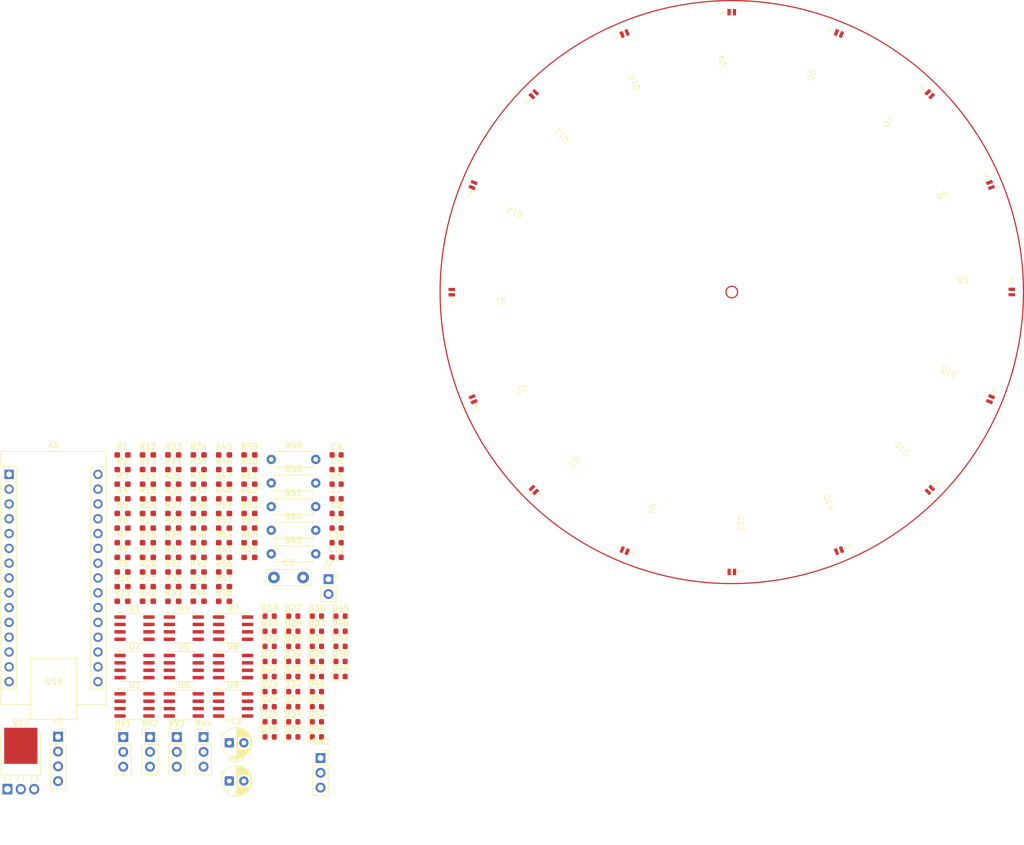
<source format=kicad_pcb>
(kicad_pcb (version 20241229) (generator "pcbnew") (generator_version "9.0")
  (layers (0 "F.Cu" signal) (2 "B.Cu" signal) (13 "F.Paste" user) (15 "B.Paste" user) (5 "F.SilkS" user "F.Silkscreen") (7 "B.SilkS" user "B.Silkscreen") (1 "F.Mask" user) (3 "B.Mask" user) (25 "Edge.Cuts" user))
  (net 0 "")
  (net 4 "VCC")
  (net 5 "Net-(A1-D0{slash}RX)")
  (net 6 "Net-(A1-A3)")
  (net 7 "Net-(A1-D1{slash}TX)")
  (net 8 "Net-(A1-D9)")
  (net 10 "Net-(A1-D10)")
  (net 11 "Net-(A1-D8)")
  (net 12 "Net-(A1-D6)")
  (net 13 "Net-(A1-A1)")
  (net 15 "Net-(A1-D4)")
  (net 16 "Net-(A1-D12)")
  (net 17 "Net-(A1-D3)")
  (net 18 "Net-(A1-D11)")
  (net 19 "Net-(A1-D5)")
  (net 21 "Net-(A1-D7)")
  (net 22 "Net-(A1-A4)")
  (net 23 "GND")
  (net 24 "Net-(A1-D13)")
  (net 25 "Net-(A1-D2)")
  (net 26 "Net-(A1-A0)")
  (net 28 "Net-(A1-A2)")
  (net 30 "Net-(D18-K)")
  (net 31 "Net-(D19-K)")
  (net 36 "Net-(D24-K)")
  (net 37 "Net-(D25-K)")
  (net 40 "Net-(D28-K)")
  (net 41 "Net-(D29-K)")
  (net 43 "Net-(D31-K)")
  (net 45 "Net-(D33-K)")
  (net 47 "Net-(D35-K)")
  (net 49 "Net-(D37-K)")
  (net 50 "Net-(D38-K)")
  (net 53 "Net-(D41-K)")
  (net 54 "Net-(D42-K)")
  (net 55 "Net-(D43-K)")
  (net 56 "Net-(D44-K)")
  (net 57 "Net-(D45-K)")
  (net 58 "Net-(D46-K)")
  (net 59 "Net-(D47-K)")
  (net 60 "Net-(D48-K)")
  (net 61 "Net-(D49-K)")
  (net 62 "Net-(J1-Pin_1)")
  (net 63 "Net-(J2-Pin_1)")
  (net 64 "Net-(Q1-E)")
  (net 65 "Net-(Q2-E)")
  (net 66 "Net-(Q3-E)")
  (net 67 "Net-(Q4-E)")
  (net 68 "Net-(Q5-E)")
  (net 69 "Net-(Q6-E)")
  (net 70 "Net-(Q7-E)")
  (net 71 "Net-(Q8-E)")
  (net 72 "Net-(Q9-E)")
  (net 73 "Net-(Q10-E)")
  (net 74 "Net-(Q11-E)")
  (net 75 "Net-(Q12-E)")
  (net 76 "Net-(Q13-E)")
  (net 77 "Net-(Q14-E)")
  (net 78 "Net-(Q15-E)")
  (net 79 "Net-(Q16-E)")
  (net 80 "Net-(Q17-D)")
  (net 81 "Net-(Q17-G)")
  (net 86 "Net-(R50-Pad1)")
  (net 95 "Net-(U3A-+)")
  (net 96 "Net-(U5A-+)")
  (net 97 "Net-(U7A-+)")
  (net 98 "Net-(U1A-+)")
  (footprint "Connector_PinSocket_2.54mm:PinSocket_1x03_P2.54mm_Vertical" (layer "F.Cu") (at 79.5 179.92)
    (property "Reference" "SW2" (at 0 -2.77 0) (layer "F.SilkS"))
    (property "Value" "SW_DPST_x2")
    (pad "1" thru_hole rect (at 0 0) (size 1.7 1.7) (drill 1) (layers "*.Cu" "*.Mask") (net 4 "VCC"))
    (pad "2" thru_hole circle (at 0 2.54) (size 1.7 1.7) (drill 1) (layers "*.Cu" "*.Mask") (net 63 "Net-(J2-Pin_1)"))
    (pad "3" thru_hole circle (at 0 5.08) (size 1.7 1.7) (drill 1) (layers "*.Cu" "*.Mask"))
  )
  (footprint "Resistor_SMD:R_0603_1608Metric_Pad0.98x0.95mm_HandSolder" (layer "F.Cu") (at 49.91 135.46)
    (property "Reference" "R15" (at 0 -1.43 0) (layer "F.SilkS"))
    (property "Value" "R")
    (pad "1" smd roundrect (at -0.9125 0) (size 0.975 0.95) (layers "F.Cu" "F.Mask" "F.Paste") (net 70 "Net-(Q7-E)"))
    (pad "2" smd roundrect (at 0.9125 0) (size 0.975 0.95) (layers "F.Cu" "F.Mask" "F.Paste") (net 23 "GND"))
  )
  (footprint "Resistor_SMD:R_0603_1608Metric_Pad0.98x0.95mm_HandSolder" (layer "F.Cu") (at 62.96 142.99)
    (property "Reference" "R54" (at 0 -1.43 0) (layer "F.SilkS"))
    (property "Value" "R")
    (pad "1" smd roundrect (at -0.9125 0) (size 0.975 0.95) (layers "F.Cu" "F.Mask" "F.Paste") (net 45 "Net-(D33-K)"))
    (pad "2" smd roundrect (at 0.9125 0) (size 0.975 0.95) (layers "F.Cu" "F.Mask" "F.Paste") (net 80 "Net-(Q17-D)"))
  )
  (footprint "NJL7502R:NJL7502R" (layer "F.Cu") (at 150 148 -90)
    (property "Reference" "Q13" (at -8.4 -1.6 270) (layer "F.SilkS") (effects (font (thickness 0.1))))
    (property "Value" "Q_Photo_NPN")
    (fp_poly (pts (xy -0.55 0.2) (xy -0.55 0.71) (xy 0.55 0.71) (xy 0.55 0.2)) (stroke (width 0.01)) (fill yes) (layer "F.Cu"))
    (fp_poly (pts (xy 0.55 -0.19) (xy 0.55 -0.74) (xy -0.55 -0.74) (xy -0.55 -0.39) (xy -0.25 -0.39) (xy -0.25 -0.19)) (stroke (width 0.01)) (fill yes) (layer "F.Cu"))
    (fp_text user "E" (at -0.5 -0.9 270) (layer "F.SilkS") (effects (font (thickness 0.1)) (justify left bottom)))
    (pad "1" smd roundrect (at 0 0.455 270) (size 1.1 0.51) (layers "F.Cu" "F.Mask" "F.Paste") (roundrect_rratio 0.15) (net 4 "VCC"))
    (pad "2" smd roundrect (at 0 -0.465 270) (size 1.1 0.55) (layers "F.Cu" "F.Mask" "F.Paste") (roundrect_rratio 0.15) (net 76 "Net-(Q13-E)"))
  )
  (footprint "LED_SMD:LED_0603_1608Metric" (layer "F.Cu") (at 74.83 173.71)
    (property "Reference" "D34" (at 0 -1.43 0) (layer "F.SilkS"))
    (property "Value" "LED")
    (pad "1" smd roundrect (at -0.7875 0) (size 0.875 0.95) (layers "F.Cu" "F.Mask" "F.Paste"))
    (pad "2" smd roundrect (at 0.7875 0) (size 0.875 0.95) (layers "F.Cu" "F.Mask" "F.Paste") (net 4 "VCC"))
  )
  (footprint "LED_SMD:LED_0603_1608Metric" (layer "F.Cu") (at 82.93 155.58)
    (property "Reference" "D45" (at 0 -1.43 0) (layer "F.SilkS"))
    (property "Value" "LED")
    (pad "1" smd roundrect (at -0.7875 0) (size 0.875 0.95) (layers "F.Cu" "F.Mask" "F.Paste") (net 57 "Net-(D45-K)"))
    (pad "2" smd roundrect (at 0.7875 0) (size 0.875 0.95) (layers "F.Cu" "F.Mask" "F.Paste") (net 4 "VCC"))
  )
  (footprint "Resistor_SMD:R_0603_1608Metric_Pad0.98x0.95mm_HandSolder" (layer "F.Cu") (at 49.91 137.97)
    (property "Reference" "R16" (at 0 -1.43 0) (layer "F.SilkS"))
    (property "Value" "R")
    (pad "1" smd roundrect (at -0.9125 0) (size 0.975 0.95) (layers "F.Cu" "F.Mask" "F.Paste") (net 71 "Net-(Q8-E)"))
    (pad "2" smd roundrect (at 0.9125 0) (size 0.975 0.95) (layers "F.Cu" "F.Mask" "F.Paste") (net 23 "GND"))
  )
  (footprint "Resistor_SMD:R_0603_1608Metric_Pad0.98x0.95mm_HandSolder" (layer "F.Cu") (at 49.91 142.99)
    (property "Reference" "R18" (at 0 -1.43 0) (layer "F.SilkS"))
    (property "Value" "R")
    (pad "1" smd roundrect (at -0.9125 0) (size 0.975 0.95) (layers "F.Cu" "F.Mask" "F.Paste") (net 77 "Net-(Q14-E)"))
    (pad "2" smd roundrect (at 0.9125 0) (size 0.975 0.95) (layers "F.Cu" "F.Mask" "F.Paste") (net 23 "GND"))
  )
  (footprint "Resistor_SMD:R_0603_1608Metric_Pad0.98x0.95mm_HandSolder" (layer "F.Cu") (at 49.91 153.03)
    (property "Reference" "R22" (at 0 -1.43 0) (layer "F.SilkS"))
    (property "Value" "R")
    (pad "1" smd roundrect (at -0.9125 0) (size 0.975 0.95) (layers "F.Cu" "F.Mask" "F.Paste") (net 4 "VCC"))
    (pad "2" smd roundrect (at 0.9125 0) (size 0.975 0.95) (layers "F.Cu" "F.Mask" "F.Paste") (net 17 "Net-(A1-D3)"))
  )
  (footprint "NJL7502R:NJL7502R" (layer "F.Cu") (at 194.346218 118.368805 -22.5)
    (property "Reference" "Q16" (at -8.4 -1.6 337.5) (layer "F.SilkS") (effects (font (thickness 0.1))))
    (property "Value" "Q_Photo_NPN")
    (fp_poly (pts (xy -0.55 0.2) (xy -0.55 0.71) (xy 0.55 0.709999) (xy 0.55 0.2)) (stroke (width 0.01)) (fill yes) (layer "F.Cu"))
    (fp_poly (pts (xy 0.55 -0.19) (xy 0.55 -0.74) (xy -0.55 -0.74) (xy -0.55 -0.39) (xy -0.25 -0.39) (xy -0.25 -0.19)) (stroke (width 0.01)) (fill yes) (layer "F.Cu"))
    (fp_text user "E" (at -0.5 -0.9 337.5) (layer "F.SilkS") (effects (font (thickness 0.1)) (justify left bottom)))
    (pad "1" smd roundrect (at 0 0.455 337.5) (size 1.1 0.51) (layers "F.Cu" "F.Mask" "F.Paste") (roundrect_rratio 0.15) (net 4 "VCC"))
    (pad "2" smd roundrect (at 0 -0.465 337.5) (size 1.1 0.55) (layers "F.Cu" "F.Mask" "F.Paste") (roundrect_rratio 0.15) (net 79 "Net-(Q16-E)"))
  )
  (footprint "Capacitor_SMD:C_0603_1608Metric" (layer "F.Cu") (at 82.26 142.99)
    (property "Reference" "C10" (at 0 -1.43 0) (layer "F.SilkS"))
    (property "Value" "C")
    (pad "1" smd roundrect (at -0.775 0) (size 0.9 0.95) (layers "F.Cu" "F.Mask" "F.Paste") (net 4 "VCC"))
    (pad "2" smd roundrect (at 0.775 0) (size 0.9 0.95) (layers "F.Cu" "F.Mask" "F.Paste") (net 23 "GND"))
  )
  (footprint "Resistor_SMD:R_0603_1608Metric_Pad0.98x0.95mm_HandSolder" (layer "F.Cu") (at 67.31 127.93)
    (property "Reference" "R59" (at 0 -1.43 0) (layer "F.SilkS"))
    (property "Value" "R")
    (pad "1" smd roundrect (at -0.9125 0) (size 0.975 0.95) (layers "F.Cu" "F.Mask" "F.Paste") (net 36 "Net-(D24-K)"))
    (pad "2" smd roundrect (at 0.9125 0) (size 0.975 0.95) (layers "F.Cu" "F.Mask" "F.Paste") (net 80 "Net-(Q17-D)"))
  )
  (footprint "LED_SMD:LED_0603_1608Metric" (layer "F.Cu") (at 70.78 171.12)
    (property "Reference" "D24" (at 0 -1.43 0) (layer "F.SilkS"))
    (property "Value" "LED")
    (pad "1" smd roundrect (at -0.7875 0) (size 0.875 0.95) (layers "F.Cu" "F.Mask" "F.Paste") (net 36 "Net-(D24-K)"))
    (pad "2" smd roundrect (at 0.7875 0) (size 0.875 0.95) (layers "F.Cu" "F.Mask" "F.Paste") (net 4 "VCC"))
  )
  (footprint "Resistor_SMD:R_0603_1608Metric_Pad0.98x0.95mm_HandSolder" (layer "F.Cu") (at 67.31 142.99)
    (property "Reference" "R65" (at 0 -1.43 0) (layer "F.SilkS"))
    (property "Value" "R")
    (pad "1" smd roundrect (at -0.9125 0) (size 0.975 0.95) (layers "F.Cu" "F.Mask" "F.Paste") (net 31 "Net-(D19-K)"))
    (pad "2" smd roundrect (at 0.9125 0) (size 0.975 0.95) (layers "F.Cu" "F.Mask" "F.Paste") (net 80 "Net-(Q17-D)"))
  )
  (footprint "Resistor_SMD:R_0603_1608Metric_Pad0.98x0.95mm_HandSolder" (layer "F.Cu") (at 45.56 150.52)
    (property "Reference" "R10" (at 0 -1.43 0) (layer "F.SilkS"))
    (property "Value" "R")
    (pad "1" smd roundrect (at -0.9125 0) (size 0.975 0.95) (layers "F.Cu" "F.Mask" "F.Paste") (net 73 "Net-(Q10-E)"))
    (pad "2" smd roundrect (at 0.9125 0) (size 0.975 0.95) (layers "F.Cu" "F.Mask" "F.Paste") (net 23 "GND"))
  )
  (footprint "LED_SMD:LED_0603_1608Metric" (layer "F.Cu") (at 70.78 168.53)
    (property "Reference" "D23" (at 0 -1.43 0) (layer "F.SilkS"))
    (property "Value" "LED")
    (pad "1" smd roundrect (at -0.7875 0) (size 0.875 0.95) (layers "F.Cu" "F.Mask" "F.Paste"))
    (pad "2" smd roundrect (at 0.7875 0) (size 0.875 0.95) (layers "F.Cu" "F.Mask" "F.Paste") (net 4 "VCC"))
  )
  (footprint "Resistor_SMD:R_0603_1608Metric_Pad0.98x0.95mm_HandSolder" (layer "F.Cu") (at 62.96 153.03)
    (property "Reference" "R58" (at 0 -1.43 0) (layer "F.SilkS"))
    (property "Value" "R")
    (pad "1" smd roundrect (at -0.9125 0) (size 0.975 0.95) (layers "F.Cu" "F.Mask" "F.Paste"))
    (pad "2" smd roundrect (at 0.9125 0) (size 0.975 0.95) (layers "F.Cu" "F.Mask" "F.Paste") (net 80 "Net-(Q17-D)"))
  )
  (footprint "Resistor_SMD:R_0603_1608Metric_Pad0.98x0.95mm_HandSolder" (layer "F.Cu") (at 58.61 140.48)
    (property "Reference" "R39" (at 0 -1.43 0) (layer "F.SilkS"))
    (property "Value" "R")
    (pad "1" smd roundrect (at -0.9125 0) (size 0.975 0.95) (layers "F.Cu" "F.Mask" "F.Paste") (net 55 "Net-(D43-K)"))
    (pad "2" smd roundrect (at 0.9125 0) (size 0.975 0.95) (layers "F.Cu" "F.Mask" "F.Paste") (net 80 "Net-(Q17-D)"))
  )
  (footprint "Resistor_SMD:R_0603_1608Metric_Pad0.98x0.95mm_HandSolder" (layer "F.Cu") (at 49.91 150.52)
    (property "Reference" "R21" (at 0 -1.43 0) (layer "F.SilkS"))
    (property "Value" "R")
    (pad "1" smd roundrect (at -0.9125 0) (size 0.975 0.95) (layers "F.Cu" "F.Mask" "F.Paste") (net 4 "VCC"))
    (pad "2" smd roundrect (at 0.9125 0) (size 0.975 0.95) (layers "F.Cu" "F.Mask" "F.Paste") (net 25 "Net-(A1-D2)"))
  )
  (footprint "LED_SMD:LED_0603_1608Metric" (layer "F.Cu") (at 74.83 165.94)
    (property "Reference" "D31" (at 0 -1.43 0) (layer "F.SilkS"))
    (property "Value" "LED")
    (pad "1" smd roundrect (at -0.7875 0) (size 0.875 0.95) (layers "F.Cu" "F.Mask" "F.Paste") (net 43 "Net-(D31-K)"))
    (pad "2" smd roundrect (at 0.7875 0) (size 0.875 0.95) (layers "F.Cu" "F.Mask" "F.Paste") (net 4 "VCC"))
  )
  (footprint "Resistor_THT:R_Axial_DIN0207_L6.3mm_D2.5mm_P7.62mm_Horizontal" (layer "F.Cu") (at 71.06 140.85)
    (property "Reference" "R84" (at 3.81 -2.37 0) (layer "F.SilkS"))
    (property "Value" "R")
    (pad "1" thru_hole circle (at 0 0) (size 1.6 1.6) (drill 0.8) (layers "*.Cu" "*.Mask") (net 10 "Net-(A1-D10)"))
    (pad "2" thru_hole circle (at 7.62 0) (size 1.6 1.6) (drill 0.8) (layers "*.Cu" "*.Mask") (net 81 "Net-(Q17-G)"))
  )
  (footprint "Capacitor_THT:CP_Radial_D5.0mm_P2.50mm" (layer "F.Cu") (at 63.859775 183.86)
    (property "Reference" "R67" (at 1.25 -3.75 0) (layer "F.SilkS"))
    (property "Value" "R")
    (pad "1" thru_hole roundrect (at 0 0) (size 1.6 1.6) (drill 0.8) (layers "*.Cu" "*.Mask") (roundrect_rratio 0.15625))
    (pad "2" thru_hole circle (at 2.5 0) (size 1.6 1.6) (drill 0.8) (layers "*.Cu" "*.Mask") (net 80 "Net-(Q17-D)"))
  )
  (footprint "NJL7502R:NJL7502R" (layer "F.Cu") (at 168.369805 144.346218 -67.5)
    (property "Reference" "Q14" (at -8.400001 -1.6 292.5) (layer "F.SilkS") (effects (font (thickness 0.1))))
    (property "Value" "Q_Photo_NPN")
    (fp_poly (pts (xy -0.55 0.2) (xy -0.55 0.709999) (xy 0.55 0.71) (xy 0.55 0.2)) (stroke (width 0.01)) (fill yes) (layer "F.Cu"))
    (fp_poly (pts (xy 0.55 -0.19) (xy 0.55 -0.74) (xy -0.55 -0.74) (xy -0.55 -0.39) (xy -0.25 -0.39) (xy -0.25 -0.19)) (stroke (width 0.01)) (fill yes) (layer "F.Cu"))
    (fp_text user "E" (at -0.5 -0.9 292.5) (layer "F.SilkS") (effects (font (thickness 0.1)) (justify left bottom)))
    (pad "1" smd roundrect (at 0 0.455 292.5) (size 1.1 0.51) (layers "F.Cu" "F.Mask" "F.Paste") (roundrect_rratio 0.15) (net 4 "VCC"))
    (pad "2" smd roundrect (at 0 -0.465 292.5) (size 1.1 0.55) (layers "F.Cu" "F.Mask" "F.Paste") (roundrect_rratio 0.15) (net 77 "Net-(Q14-E)"))
  )
  (footprint "NJL7502R:NJL7502R" (layer "F.Cu") (at 105.653782 118.368805 -157.5)
    (property "Reference" "Q2" (at -8.400001 -1.6 202.5) (layer "F.SilkS") (effects (font (thickness 0.1))))
    (property "Value" "Q_Photo_NPN")
    (fp_poly (pts (xy -0.55 0.2) (xy -0.55 0.709999) (xy 0.55 0.71) (xy 0.55 0.2)) (stroke (width 0.01)) (fill yes) (layer "F.Cu"))
    (fp_poly (pts (xy 0.55 -0.19) (xy 0.55 -0.74) (xy -0.55 -0.74) (xy -0.55 -0.39) (xy -0.25 -0.39) (xy -0.25 -0.19)) (stroke (width 0.01)) (fill yes) (layer "F.Cu"))
    (fp_text user "E" (at -0.5 -0.9 202.5) (layer "F.SilkS") (effects (font (thickness 0.1)) (justify left bottom)))
    (pad "1" smd roundrect (at 0 0.455 202.5) (size 1.1 0.51) (layers "F.Cu" "F.Mask" "F.Paste") (roundrect_rratio 0.15) (net 4 "VCC"))
    (pad "2" smd roundrect (at 0 -0.465 202.5) (size 1.1 0.55) (layers "F.Cu" "F.Mask" "F.Paste") (roundrect_rratio 0.15) (net 65 "Net-(Q2-E)"))
  )
  (footprint "Resistor_SMD:R_0603_1608Metric_Pad0.98x0.95mm_HandSolder" (layer "F.Cu") (at 54.26 137.97)
    (property "Reference" "R27" (at 0 -1.43 0) (layer "F.SilkS"))
    (property "Value" "R")
    (pad "1" smd roundrect (at -0.9125 0) (size 0.975 0.95) (layers "F.Cu" "F.Mask" "F.Paste") (net 4 "VCC"))
    (pad "2" smd roundrect (at 0.9125 0) (size 0.975 0.95) (layers "F.Cu" "F.Mask" "F.Paste") (net 28 "Net-(A1-A2)"))
  )
  (footprint "Resistor_SMD:R_0603_1608Metric_Pad0.98x0.95mm_HandSolder" (layer "F.Cu") (at 58.61 153.03)
    (property "Reference" "R44" (at 0 -1.43 0) (layer "F.SilkS"))
    (property "Value" "R")
    (pad "1" smd roundrect (at -0.9125 0) (size 0.975 0.95) (layers "F.Cu" "F.Mask" "F.Paste"))
    (pad "2" smd roundrect (at 0.9125 0) (size 0.975 0.95) (layers "F.Cu" "F.Mask" "F.Paste") (net 80 "Net-(Q17-D)"))
  )
  (footprint "Capacitor_THT:CP_Radial_D5.0mm_P2.50mm" (layer "F.Cu") (at 63.859775 177.31)
    (property "Reference" "C2" (at 1.25 -3.75 0) (layer "F.SilkS"))
    (property "Value" "C")
    (pad "1" thru_hole roundrect (at 0 0) (size 1.6 1.6) (drill 0.8) (layers "*.Cu" "*.Mask") (roundrect_rratio 0.15625) (net 23 "GND"))
    (pad "2" thru_hole circle (at 2.5 0) (size 1.6 1.6) (drill 0.8) (layers "*.Cu" "*.Mask") (net 4 "VCC"))
  )
  (footprint "NJL7502R:NJL7502R" (layer "F.Cu") (at 131.631195 55.653782 112.5)
    (property "Reference" "Q10" (at -8.400001 -1.6 112.5) (layer "F.SilkS") (effects (font (thickness 0.1))))
    (property "Value" "Q_Photo_NPN")
    (fp_poly (pts (xy -0.55 0.2) (xy -0.55 0.709999) (xy 0.55 0.71) (xy 0.55 0.2)) (stroke (width 0.01)) (fill yes) (layer "F.Cu"))
    (fp_poly (pts (xy 0.55 -0.19) (xy 0.55 -0.74) (xy -0.55 -0.74) (xy -0.55 -0.39) (xy -0.25 -0.39) (xy -0.25 -0.19)) (stroke (width 0.01)) (fill yes) (layer "F.Cu"))
    (fp_text user "E" (at -0.5 -0.9 112.5) (layer "F.SilkS") (effects (font (thickness 0.1)) (justify left bottom)))
    (pad "1" smd roundrect (at 0 0.455 112.5) (size 1.1 0.51) (layers "F.Cu" "F.Mask" "F.Paste") (roundrect_rratio 0.15) (net 4 "VCC"))
    (pad "2" smd roundrect (at 0 -0.465 112.5) (size 1.1 0.55) (layers "F.Cu" "F.Mask" "F.Paste") (roundrect_rratio 0.15) (net 73 "Net-(Q10-E)"))
  )
  (footprint "NJL7502R:NJL7502R" (layer "F.Cu") (at 183.941125 133.941125 -45)
    (property "Reference" "Q15" (at -8.4 -1.6 315) (layer "F.SilkS") (effects (font (thickness 0.1))))
    (property "Value" "Q_Photo_NPN")
    (fp_poly (pts (xy -0.55 0.2) (xy -0.55 0.71) (xy 0.55 0.71) (xy 0.55 0.2)) (stroke (width 0.01)) (fill yes) (layer "F.Cu"))
    (fp_poly (pts (xy 0.55 -0.19) (xy 0.55 -0.74) (xy -0.55 -0.74) (xy -0.55 -0.39) (xy -0.25 -0.39) (xy -0.25 -0.19)) (stroke (width 0.01)) (fill yes) (layer "F.Cu"))
    (fp_text user "E" (at -0.499999 -0.9 315) (layer "F.SilkS") (effects (font (thickness 0.1)) (justify left bottom)))
    (pad "1" smd roundrect (at 0 0.455001 315) (size 1.1 0.51) (layers "F.Cu" "F.Mask" "F.Paste") (roundrect_rratio 0.15) (net 4 "VCC"))
    (pad "2" smd roundrect (at 0 -0.465 315) (size 1.1 0.55) (layers "F.Cu" "F.Mask" "F.Paste") (roundrect_rratio 0.15) (net 78 "Net-(Q15-E)"))
  )
  (footprint "Resistor_SMD:R_0603_1608Metric_Pad0.98x0.95mm_HandSolder" (layer "F.Cu") (at 62.96 137.97)
    (property "Reference" "R52" (at 0 -1.43 0) (layer "F.SilkS"))
    (property "Value" "R")
    (pad "1" smd roundrect (at -0.9125 0) (size 0.975 0.95) (layers "F.Cu" "F.Mask" "F.Paste") (net 43 "Net-(D31-K)"))
    (pad "2" smd roundrect (at 0.9125 0) (size 0.975 0.95) (layers "F.Cu" "F.Mask" "F.Paste") (net 80 "Net-(Q17-D)"))
  )
  (footprint "Connector_PinHeader_2.54mm:PinHeader_1x03_P2.54mm_Vertical" (layer "F.Cu") (at 59.45 176.33)
    (property "Reference" "RV4" (at 0 -2.38 0) (layer "F.SilkS"))
    (property "Value" "R_Potentiometer_Trim")
    (pad "1" thru_hole rect (at 0 0) (size 1.7 1.7) (drill 1) (layers "*.Cu" "*.Mask") (net 4 "VCC"))
    (pad "2" thru_hole circle (at 0 2.54) (size 1.7 1.7) (drill 1) (layers "*.Cu" "*.Mask") (net 98 "Net-(U1A-+)"))
    (pad "3" thru_hole circle (at 0 5.08) (size 1.7 1.7) (drill 1) (layers "*.Cu" "*.Mask") (net 23 "GND"))
  )
  (footprint "Package_SO:SOIC-8_3.9x4.9mm_P1.27mm" (layer "F.Cu") (at 64.51 164.23)
    (property "Reference" "U8" (at 0 -3.4 0) (layer "F.SilkS"))
    (property "Value" "LM393")
    (pad "1" smd roundrect (at -2.475 -1.905) (size 1.95 0.6) (layers "F.Cu" "F.Mask" "F.Paste") (net 13 "Net-(A1-A1)"))
    (pad "2" smd roundrect (at -2.475 -0.635) (size 1.95 0.6) (layers "F.Cu" "F.Mask" "F.Paste") (net 70 "Net-(Q7-E)"))
    (pad "3" smd roundrect (at -2.475 0.635) (size 1.95 0.6) (layers "F.Cu" "F.Mask" "F.Paste") (net 97 "Net-(U7A-+)"))
    (pad "4" smd roundrect (at -2.475 1.905) (size 1.95 0.6) (layers "F.Cu" "F.Mask" "F.Paste") (net 23 "GND"))
    (pad "5" smd roundrect (at 2.475 1.905) (size 1.95 0.6) (layers "F.Cu" "F.Mask" "F.Paste") (net 97 "Net-(U7A-+)"))
    (pad "6" smd roundrect (at 2.475 0.635) (size 1.95 0.6) (layers "F.Cu" "F.Mask" "F.Paste") (net 71 "Net-(Q8-E)"))
    (pad "7" smd roundrect (at 2.475 -0.635) (size 1.95 0.6) (layers "F.Cu" "F.Mask" "F.Paste") (net 26 "Net-(A1-A0)"))
    (pad "8" smd roundrect (at 2.475 -1.905) (size 1.95 0.6) (layers "F.Cu" "F.Mask" "F.Paste") (net 4 "VCC"))
  )
  (footprint "LED_SMD:LED_0603_1608Metric" (layer "F.Cu") (at 78.88 155.58)
    (property "Reference" "D36" (at 0 -1.43 0) (layer "F.SilkS"))
    (property "Value" "LED")
    (pad "1" smd roundrect (at -0.7875 0) (size 0.875 0.95) (layers "F.Cu" "F.Mask" "F.Paste"))
    (pad "2" smd roundrect (at 0.7875 0) (size 0.875 0.95) (layers "F.Cu" "F.Mask" "F.Paste") (net 4 "VCC"))
  )
  (footprint "Connector_PinSocket_2.54mm:PinSocket_1x02_P2.54mm_Vertical" (layer "F.Cu") (at 80.86 149.25)
    (property "Reference" "J2" (at 0 -2.77 0) (layer "F.SilkS"))
    (property "Value" "Conn_01x02_Socket")
    (pad "1" thru_hole rect (at 0 0) (size 1.7 1.7) (drill 1) (layers "*.Cu" "*.Mask") (net 63 "Net-(J2-Pin_1)"))
    (pad "2" thru_hole circle (at 0 2.54) (size 1.7 1.7) (drill 1) (layers "*.Cu" "*.Mask") (net 23 "GND"))
  )
  (footprint "LED_SMD:LED_0603_1608Metric" (layer "F.Cu") (at 78.88 168.53)
    (property "Reference" "D41" (at 0 -1.43 0) (layer "F.SilkS"))
    (property "Value" "LED")
    (pad "1" smd roundrect (at -0.7875 0) (size 0.875 0.95) (layers "F.Cu" "F.Mask" "F.Paste") (net 53 "Net-(D41-K)"))
    (pad "2" smd roundrect (at 0.7875 0) (size 0.875 0.95) (layers "F.Cu" "F.Mask" "F.Paste") (net 4 "VCC"))
  )
  (footprint "LED_SMD:LED_0603_1608Metric" (layer "F.Cu") (at 70.78 165.94)
    (property "Reference" "D22" (at 0 -1.43 0) (layer "F.SilkS"))
    (property "Value" "LED")
    (pad "1" smd roundrect (at -0.7875 0) (size 0.875 0.95) (layers "F.Cu" "F.Mask" "F.Paste"))
    (pad "2" smd roundrect (at 0.7875 0) (size 0.875 0.95) (layers "F.Cu" "F.Mask" "F.Paste") (net 4 "VCC"))
  )
  (footprint "Resistor_SMD:R_0603_1608Metric_Pad0.98x0.95mm_HandSolder" (layer "F.Cu") (at 45.56 132.95)
    (property "Reference" "R3" (at 0 -1.43 0) (layer "F.SilkS"))
    (property "Value" "R")
    (pad "1" smd roundrect (at -0.9125 0) (size 0.975 0.95) (layers "F.Cu" "F.Mask" "F.Paste") (net 65 "Net-(Q2-E)"))
    (pad "2" smd roundrect (at 0.9125 0) (size 0.975 0.95) (layers "F.Cu" "F.Mask" "F.Paste") (net 23 "GND"))
  )
  (footprint "LED_SMD:LED_0603_1608Metric" (layer "F.Cu") (at 74.83 168.53)
    (property "Reference" "D32" (at 0 -1.43 0) (layer "F.SilkS"))
    (property "Value" "LED")
    (pad "1" smd roundrect (at -0.7875 0) (size 0.875 0.95) (layers "F.Cu" "F.Mask" "F.Paste"))
    (pad "2" smd roundrect (at 0.7875 0) (size 0.875 0.95) (layers "F.Cu" "F.Mask" "F.Paste") (net 4 "VCC"))
  )
  (footprint "Resistor_SMD:R_0603_1608Metric_Pad0.98x0.95mm_HandSolder" (layer "F.Cu") (at 67.31 145.5)
    (property "Reference" "R66" (at 0 -1.43 0) (layer "F.SilkS"))
    (property "Value" "R")
    (pad "1" smd roundrect (at -0.9125 0) (size 0.975 0.95) (layers "F.Cu" "F.Mask" "F.Paste"))
    (pad "2" smd roundrect (at 0.9125 0) (size 0.975 0.95) (layers "F.Cu" "F.Mask" "F.Paste") (net 80 "Net-(Q17-D)"))
  )
  (footprint "Resistor_SMD:R_0603_1608Metric_Pad0.98x0.95mm_HandSolder" (layer "F.Cu") (at 67.31 132.95)
    (property "Reference" "R61" (at 0 -1.43 0) (layer "F.SilkS"))
    (property "Value" "R")
    (pad "1" smd roundrect (at -0.9125 0) (size 0.975 0.95) (layers "F.Cu" "F.Mask" "F.Paste"))
    (pad "2" smd roundrect (at 0.9125 0) (size 0.975 0.95) (layers "F.Cu" "F.Mask" "F.Paste") (net 80 "Net-(Q17-D)"))
  )
  (footprint "Resistor_SMD:R_0603_1608Metric_Pad0.98x0.95mm_HandSolder" (layer "F.Cu") (at 54.26 132.95)
    (property "Reference" "R25" (at 0 -1.43 0) (layer "F.SilkS"))
    (property "Value" "R")
    (pad "1" smd roundrect (at -0.9125 0) (size 0.975 0.95) (layers "F.Cu" "F.Mask" "F.Paste") (net 4 "VCC"))
    (pad "2" smd roundrect (at 0.9125 0) (size 0.975 0.95) (layers "F.Cu" "F.Mask" "F.Paste") (net 26 "Net-(A1-A0)"))
  )
  (footprint "Connector_PinSocket_2.54mm:PinSocket_1x04_P2.54mm_Vertical" (layer "F.Cu") (at 34.51 176.27)
    (property "Reference" "J1" (at 0 -2.77 0) (layer "F.SilkS"))
    (property "Value" "Conn_01x04_Socket")
    (pad "1" thru_hole rect (at 0 0) (size 1.7 1.7) (drill 1) (layers "*.Cu" "*.Mask") (net 62 "Net-(J1-Pin_1)"))
    (pad "2" thru_hole circle (at 0 2.54) (size 1.7 1.7) (drill 1) (layers "*.Cu" "*.Mask") (net 5 "Net-(A1-D0{slash}RX)"))
    (pad "3" thru_hole circle (at 0 5.08) (size 1.7 1.7) (drill 1) (layers "*.Cu" "*.Mask") (net 23 "GND"))
    (pad "4" thru_hole circle (at 0 7.62) (size 1.7 1.7) (drill 1) (layers "*.Cu" "*.Mask") (net 4 "VCC"))
  )
  (footprint "LED_SMD:LED_0603_1608Metric" (layer "F.Cu") (at 78.88 176.3)
    (property "Reference" "D44" (at 0 -1.43 0) (layer "F.SilkS"))
    (property "Value" "LED")
    (pad "1" smd roundrect (at -0.7875 0) (size 0.875 0.95) (layers "F.Cu" "F.Mask" "F.Paste") (net 56 "Net-(D44-K)"))
    (pad "2" smd roundrect (at 0.7875 0) (size 0.875 0.95) (layers "F.Cu" "F.Mask" "F.Paste") (net 4 "VCC"))
  )
  (footprint "Resistor_SMD:R_0603_1608Metric_Pad0.98x0.95mm_HandSolder" (layer "F.Cu") (at 58.61 132.95)
    (property "Reference" "R36" (at 0 -1.43 0) (layer "F.SilkS"))
    (property "Value" "R")
    (pad "1" smd roundrect (at -0.9125 0) (size 0.975 0.95) (layers "F.Cu" "F.Mask" "F.Paste") (net 58 "Net-(D46-K)"))
    (pad "2" smd roundrect (at 0.9125 0) (size 0.975 0.95) (layers "F.Cu" "F.Mask" "F.Paste") (net 80 "Net-(Q17-D)"))
  )
  (footprint "Module:Arduino_Nano" (layer "F.Cu") (at 26.11 131.26)
    (property "Reference" "A1" (at 7.62 -5.08 0) (layer "F.SilkS"))
    (property "Value" "Arduino_Nano_v2.x")
    (fp_text user "USB" (at 7.62 35.56 0) (layer "F.SilkS"))
    (pad "1" thru_hole rect (at 0 0) (size 1.6 1.6) (drill 1) (layers "*.Cu" "*.Mask") (net 7 "Net-(A1-D1{slash}TX)"))
    (pad "2" thru_hole oval (at 0 2.54) (size 1.6 1.6) (drill 1) (layers "*.Cu" "*.Mask") (net 5 "Net-(A1-D0{slash}RX)"))
    (pad "3" thru_hole oval (at 0 5.08) (size 1.6 1.6) (drill 1) (layers "*.Cu" "*.Mask"))
    (pad "4" thru_hole oval (at 0 7.62) (size 1.6 1.6) (drill 1) (layers "*.Cu" "*.Mask") (net 23 "GND"))
    (pad "5" thru_hole oval (at 0 10.16) (size 1.6 1.6) (drill 1) (layers "*.Cu" "*.Mask") (net 25 "Net-(A1-D2)"))
    (pad "6" thru_hole oval (at 0 12.7) (size 1.6 1.6) (drill 1) (layers "*.Cu" "*.Mask") (net 17 "Net-(A1-D3)"))
    (pad "7" thru_hole oval (at 0 15.24) (size 1.6 1.6) (drill 1) (layers "*.Cu" "*.Mask") (net 15 "Net-(A1-D4)"))
    (pad "8" thru_hole oval (at 0 17.78) (size 1.6 1.6) (drill 1) (layers "*.Cu" "*.Mask") (net 19 "Net-(A1-D5)"))
    (pad "9" thru_hole oval (at 0 20.32) (size 1.6 1.6) (drill 1) (layers "*.Cu" "*.Mask") (net 12 "Net-(A1-D6)"))
    (pad "10" thru_hole oval (at 0 22.86) (size 1.6 1.6) (drill 1) (layers "*.Cu" "*.Mask") (net 21 "Net-(A1-D7)"))
    (pad "11" thru_hole oval (at 0 25.4) (size 1.6 1.6) (drill 1) (layers "*.Cu" "*.Mask") (net 11 "Net-(A1-D8)"))
    (pad "12" thru_hole oval (at 0 27.94) (size 1.6 1.6) (drill 1) (layers "*.Cu" "*.Mask") (net 8 "Net-(A1-D9)"))
    (pad "13" thru_hole oval (at 0 30.48) (size 1.6 1.6) (drill 1) (layers "*.Cu" "*.Mask") (net 10 "Net-(A1-D10)"))
    (pad "14" thru_hole oval (at 0 33.02) (size 1.6 1.6) (drill 1) (layers "*.Cu" "*.Mask") (net 18 "Net-(A1-D11)"))
    (pad "15" thru_hole oval (at 0 35.56) (size 1.6 1.6) (drill 1) (layers "*.Cu" "*.Mask") (net 16 "Net-(A1-D12)"))
    (pad "16" thru_hole oval (at 15.24 35.56) (size 1.6 1.6) (drill 1) (layers "*.Cu" "*.Mask") (net 24 "Net-(A1-D13)"))
    (pad "17" thru_hole oval (at 15.24 33.02) (size 1.6 1.6) (drill 1) (layers "*.Cu" "*.Mask"))
    (pad "18" thru_hole oval (at 15.24 30.48) (size 1.6 1.6) (drill 1) (layers "*.Cu" "*.Mask"))
    (pad "19" thru_hole oval (at 15.24 27.94) (size 1.6 1.6) (drill 1) (layers "*.Cu" "*.Mask") (net 26 "Net-(A1-A0)"))
    (pad "20" thru_hole oval (at 15.24 25.4) (size 1.6 1.6) (drill 1) (layers "*.Cu" "*.Mask") (net 13 "Net-(A1-A1)"))
    (pad "21" thru_hole oval (at 15.24 22.86) (size 1.6 1.6) (drill 1) (layers "*.Cu" "*.Mask") (net 28 "Net-(A1-A2)"))
    (pad "22" thru_hole oval (at 15.24 20.32) (size 1.6 1.6) (drill 1) (layers "*.Cu" "*.Mask") (net 6 "Net-(A1-A3)"))
    (pad "23" thru_hole oval (at 15.24 17.78) (size 1.6 1.6) (drill 1) (layers "*.Cu" "*.Mask") (net 22 "Net-(A1-A4)"))
    (pad "24" thru_hole oval (at 15.24 15.24) (size 1.6 1.6) (drill 1) (layers "*.Cu" "*.Mask"))
    (pad "25" thru_hole oval (at 15.24 12.7) (size 1.6 1.6) (drill 1) (layers "*.Cu" "*.Mask"))
    (pad "26" thru_hole oval (at 15.24 10.16) (size 1.6 1.6) (drill 1) (layers "*.Cu" "*.Mask"))
    (pad "27" thru_hole oval (at 15.24 7.62) (size 1.6 1.6) (drill 1) (layers "*.Cu" "*.Mask") (net 4 "VCC"))
    (pad "28" thru_hole oval (at 15.24 5.08) (size 1.6 1.6) (drill 1) (layers "*.Cu" "*.Mask"))
    (pad "29" thru_hole oval (at 15.24 2.54) (size 1.6 1.6) (drill 1) (layers "*.Cu" "*.Mask") (net 23 "GND"))
    (pad "30" thru_hole oval (at 15.24 0) (size 1.6 1.6) (drill 1) (layers "*.Cu" "*.Mask"))
  )
  (footprint "LED_SMD:LED_0603_1608Metric" (layer "F.Cu") (at 82.93 165.94)
    (property "Reference" "D49" (at 0 -1.43 0) (layer "F.SilkS"))
    (property "Value" "LED")
    (pad "1" smd roundrect (at -0.7875 0) (size 0.875 0.95) (layers "F.Cu" "F.Mask" "F.Paste") (net 61 "Net-(D49-K)"))
    (pad "2" smd roundrect (at 0.7875 0) (size 0.875 0.95) (layers "F.Cu" "F.Mask" "F.Paste") (net 4 "VCC"))
  )
  (footprint "Package_SO:SOIC-8_3.9x4.9mm_P1.27mm" (layer "F.Cu") (at 56.06 170.815)
    (property "Reference" "U6" (at 0 -3.4 0) (layer "F.SilkS"))
    (property "Value" "LM393")
    (pad "1" smd roundrect (at -2.475 -1.905) (size 1.95 0.6) (layers "F.Cu" "F.Mask" "F.Paste") (net 17 "Net-(A1-D3)"))
    (pad "2" smd roundrect (at -2.475 -0.635) (size 1.95 0.6) (layers "F.Cu" "F.Mask" "F.Paste") (net 73 "Net-(Q10-E)"))
    (pad "3" smd roundrect (at -2.475 0.635) (size 1.95 0.6) (layers "F.Cu" "F.Mask" "F.Paste") (net 96 "Net-(U5A-+)"))
    (pad "4" smd roundrect (at -2.475 1.905) (size 1.95 0.6) (layers "F.Cu" "F.Mask" "F.Paste") (net 23 "GND"))
    (pad "5" smd roundrect (at 2.475 1.905) (size 1.95 0.6) (layers "F.Cu" "F.Mask" "F.Paste") (net 96 "Net-(U5A-+)"))
    (pad "6" smd roundrect (at 2.475 0.635) (size 1.95 0.6) (layers "F.Cu" "F.Mask" "F.Paste") (net 72 "Net-(Q9-E)"))
    (pad "7" smd roundrect (at 2.475 -0.635) (size 1.95 0.6) (layers "F.Cu" "F.Mask" "F.Paste") (net 25 "Net-(A1-D2)"))
    (pad "8" smd roundrect (at 2.475 -1.905) (size 1.95 0.6) (layers "F.Cu" "F.Mask" "F.Paste") (net 4 "VCC"))
  )
  (footprint "LED_SMD:LED_0603_1608Metric" (layer "F.Cu") (at 74.83 160.76)
    (property "Reference" "D29" (at 0 -1.43 0) (layer "F.SilkS"))
    (property "Value" "LED")
    (pad "1" smd roundrect (at -0.7875 0) (size 0.875 0.95) (layers "F.Cu" "F.Mask" "F.Paste") (net 41 "Net-(D29-K)"))
    (pad "2" smd roundrect (at 0.7875 0) (size 0.875 0.95) (layers "F.Cu" "F.Mask" "F.Paste") (net 4 "VCC"))
  )
  (footprint "Resistor_SMD:R_0603_1608Metric_Pad0.98x0.95mm_HandSolder" (layer "F.Cu") (at 54.26 142.99)
    (property "Reference" "R29" (at 0 -1.43 0) (layer "F.SilkS"))
    (property "Value" "R")
    (pad "1" smd roundrect (at -0.9125 0) (size 0.975 0.95) (layers "F.Cu" "F.Mask" "F.Paste") (net 4 "VCC"))
    (pad "2" smd roundrect (at 0.9125 0) (size 0.975 0.95) (layers "F.Cu" "F.Mask" "F.Paste") (net 18 "Net-(A1-D11)"))
  )
  (footprint "Resistor_SMD:R_0603_1608Metric_Pad0.98x0.95mm_HandSolder" (layer "F.Cu") (at 45.56 137.97)
    (property "Reference" "R5" (at 0 -1.43 0) (layer "F.SilkS"))
    (property "Value" "R")
    (pad "1" smd roundrect (at -0.9125 0) (size 0.975 0.95) (layers "F.Cu" "F.Mask" "F.Paste") (net 4 "VCC"))
    (pad "2" smd roundrect (at 0.9125 0) (size 0.975 0.95) (layers "F.Cu" "F.Mask" "F.Paste") (net 8 "Net-(A1-D9)"))
  )
  (footprint "LED_SMD:LED_0603_1608Metric" (layer "F.Cu") (at 82.93 160.76)
    (property "Reference" "D47" (at 0 -1.43 0) (layer "F.SilkS"))
    (property "Value" "LED")
    (pad "1" smd roundrect (at -0.7875 0) (size 0.875 0.95) (layers "F.Cu" "F.Mask" "F.Paste") (net 59 "Net-(D47-K)"))
    (pad "2" smd roundrect (at 0.7875 0) (size 0.875 0.95) (layers "F.Cu" "F.Mask" "F.Paste") (net 4 "VCC"))
  )
  (footprint "Resistor_SMD:R_0603_1608Metric_Pad0.98x0.95mm_HandSolder" (layer "F.Cu") (at 67.31 140.48)
    (property "Reference" "R64" (at 0 -1.43 0) (layer "F.SilkS"))
    (property "Value" "R")
    (pad "1" smd roundrect (at -0.9125 0) (size 0.975 0.95) (layers "F.Cu" "F.Mask" "F.Paste") (net 30 "Net-(D18-K)"))
    (pad "2" smd roundrect (at 0.9125 0) (size 0.975 0.95) (layers "F.Cu" "F.Mask" "F.Paste") (net 80 "Net-(Q17-D)"))
  )
  (footprint "Resistor_SMD:R_0603_1608Metric_Pad0.98x0.95mm_HandSolder" (layer "F.Cu") (at 49.91 127.93)
    (property "Reference" "R12" (at 0 -1.43 0) (layer "F.SilkS"))
    (property "Value" "R")
    (pad "1" smd roundrect (at -0.9125 0) (size 0.975 0.95) (layers "F.Cu" "F.Mask" "F.Paste") (net 75 "Net-(Q12-E)"))
    (pad "2" smd roundrect (at 0.9125 0) (size 0.975 0.95) (layers "F.Cu" "F.Mask" "F.Paste") (net 23 "GND"))
  )
  (footprint "Package_SO:SOIC-8_3.9x4.9mm_P1.27mm" (layer "F.Cu") (at 64.51 170.815)
    (property "Reference" "U9" (at 0 -3.4 0) (layer "F.SilkS"))
    (property "Value" "LM393")
    (pad "1" smd roundrect (at -2.475 -1.905) (size 1.95 0.6) (layers "F.Cu" "F.Mask" "F.Paste"))
    (pad "2" smd roundrect (at -2.475 -0.635) (size 1.95 0.6) (layers "F.Cu" "F.Mask" "F.Paste"))
    (pad "3" smd roundrect (at -2.475 0.635) (size 1.95 0.6) (layers "F.Cu" "F.Mask" "F.Paste"))
    (pad "4" smd roundrect (at -2.475 1.905) (size 1.95 0.6) (layers "F.Cu" "F.Mask" "F.Paste") (net 23 "GND"))
    (pad "5" smd roundrect (at 2.475 1.905) (size 1.95 0.6) (layers "F.Cu" "F.Mask" "F.Paste"))
    (pad "6" smd roundrect (at 2.475 0.635) (size 1.95 0.6) (layers "F.Cu" "F.Mask" "F.Paste"))
    (pad "7" smd roundrect (at 2.475 -0.635) (size 1.95 0.6) (layers "F.Cu" "F.Mask" "F.Paste"))
    (pad "8" smd roundrect (at 2.475 -1.905) (size 1.95 0.6) (layers "F.Cu" "F.Mask" "F.Paste") (net 4 "VCC"))
  )
  (footprint "Connector_PinHeader_2.54mm:PinHeader_1x03_P2.54mm_Vertical" (layer "F.Cu") (at 54.86 176.33)
    (property "Reference" "RV3" (at 0 -2.38 0) (layer "F.SilkS"))
    (property "Value" "R_Potentiometer_Trim")
    (pad "1" thru_hole rect (at 0 0) (size 1.7 1.7) (drill 1) (layers "*.Cu" "*.Mask") (net 4 "VCC"))
    (pad "2" thru_hole circle (at 0 2.54) (size 1.7 1.7) (drill 1) (layers "*.Cu" "*.Mask") (net 97 "Net-(U7A-+)"))
    (pad "3" thru_hole circle (at 0 5.08) (size 1.7 1.7) (drill 1) (layers "*.Cu" "*.Mask") (net 23 "GND"))
  )
  (footprint "Capacitor_SMD:C_0603_1608Metric" (layer "F.Cu") (at 82.26 137.97)
    (property "Reference" "C8" (at 0 -1.43 0) (layer "F.SilkS"))
    (property "Value" "C")
    (pad "1" smd roundrect (at -0.775 0) (size 0.9 0.95) (layers "F.Cu" "F.Mask" "F.Paste") (net 4 "VCC"))
    (pad "2" smd roundrect (at 0.775 0) (size 0.9 0.95) (layers "F.Cu" "F.Mask" "F.Paste") (net 23 "GND"))
  )
  (footprint "Resistor_THT:R_Axial_DIN0207_L6.3mm_D2.5mm_P7.62mm_Horizontal" (layer "F.Cu") (at 71.06 136.8)
    (property "Reference" "R51" (at 3.81 -2.37 0) (layer "F.SilkS"))
    (property "Value" "R")
    (pad "1" thru_hole circle (at 0 0) (size 1.6 1.6) (drill 0.8) (layers "*.Cu" "*.Mask") (net 62 "Net-(J1-Pin_1)"))
    (pad "2" thru_hole circle (at 7.62 0) (size 1.6 1.6) (drill 0.8) (layers "*.Cu" "*.Mask") (net 86 "Net-(R50-Pad1)"))
  )
  (footprint "Capacitor_SMD:C_0603_1608Metric" (layer "F.Cu") (at 82.26 132.95)
    (property "Reference" "C6" (at 0 -1.43 0) (layer "F.SilkS"))
    (property "Value" "C")
    (pad "1" smd roundrect (at -0.775 0) (size 0.9 0.95) (layers "F.Cu" "F.Mask" "F.Paste") (net 4 "VCC"))
    (pad "2" smd roundrect (at 0.775 0) (size 0.9 0.95) (layers "F.Cu" "F.Mask" "F.Paste") (net 23 "GND"))
  )
  (footprint "Resistor_SMD:R_0603_1608Metric_Pad0.98x0.95mm_HandSolder" (layer "F.Cu") (at 45.56 142.99)
    (property "Reference" "R7" (at 0 -1.43 0) (layer "F.SilkS"))
    (property "Value" "R")
    (pad "1" smd roundrect (at -0.9125 0) (size 0.975 0.95) (layers "F.Cu" "F.Mask" "F.Paste") (net 4 "VCC"))
    (pad "2" smd roundrect (at 0.9125 0) (size 0.975 0.95) (layers "F.Cu" "F.Mask" "F.Paste") (net 21 "Net-(A1-D7)"))
  )
  (footprint "LED_SMD:LED_0603_1608Metric" (layer "F.Cu") (at 82.93 158.17)
    (property "Reference" "D46" (at 0 -1.43 0) (layer "F.SilkS"))
    (property "Value" "LED")
    (pad "1" smd roundrect (at -0.7875 0) (size 0.875 0.95) (layers "F.Cu" "F.Mask" "F.Paste") (net 58 "Net-(D46-K)"))
    (pad "2" smd roundrect (at 0.7875 0) (size 0.875 0.95) (layers "F.Cu" "F.Mask" "F.Paste") (net 4 "VCC"))
  )
  (footprint "Resistor_SMD:R_0603_1608Metric_Pad0.98x0.95mm_HandSolder" (layer "F.Cu") (at 54.26 135.46)
    (property "Reference" "R26" (at 0 -1.43 0) (layer "F.SilkS"))
    (property "Value" "R")
    (pad "1" smd roundrect (at -0.9125 0) (size 0.975 0.95) (layers "F.Cu" "F.Mask" "F.Paste") (net 4 "VCC"))
    (pad "2" smd roundrect (at 0.9125 0) (size 0.975 0.95) (layers "F.Cu" "F.Mask" "F.Paste") (net 13 "Net-(A1-A1)"))
  )
  (footprint "Package_SO:SOIC-8_3.9x4.9mm_P1.27mm" (layer "F.Cu") (at 56.06 164.23)
    (property "Reference" "U5" (at 0 -3.4 0) (layer "F.SilkS"))
    (property "Value" "LM393")
    (pad "1" smd roundrect (at -2.475 -1.905) (size 1.95 0.6) (layers "F.Cu" "F.Mask" "F.Paste") (net 19 "Net-(A1-D5)"))
    (pad "2" smd roundrect (at -2.475 -0.635) (size 1.95 0.6) (layers "F.Cu" "F.Mask" "F.Paste") (net 75 "Net-(Q12-E)"))
    (pad "3" smd roundrect (at -2.475 0.635) (size 1.95 0.6) (layers "F.Cu" "F.Mask" "F.Paste") (net 96 "Net-(U5A-+)"))
    (pad "4" smd roundrect (at -2.475 1.905) (size 1.95 0.6) (layers "F.Cu" "F.Mask" "F.Paste") (net 4 "VCC"))
    (pad "5" smd roundrect (at 2.475 1.905) (size 1.95 0.6) (layers "F.Cu" "F.Mask" "F.Paste") (net 96 "Net-(U5A-+)"))
    (pad "6" smd roundrect (at 2.475 0.635) (size 1.95 0.6) (layers "F.Cu" "F.Mask" "F.Paste") (net 74 "Net-(Q11-E)"))
    (pad "7" smd roundrect (at 2.475 -0.635) (size 1.95 0.6) (layers "F.Cu" "F.Mask" "F.Paste") (net 15 "Net-(A1-D4)"))
    (pad "8" smd roundrect (at 2.475 -1.905) (size 1.95 0.6) (layers "F.Cu" "F.Mask" "F.Paste") (net 23 "GND"))
  )
  (footprint "Resistor_SMD:R_0603_1608Metric_Pad0.98x0.95mm_HandSolder" (layer "F.Cu") (at 62.96 130.44)
    (property "Reference" "R46" (at 0 -1.43 0) (layer "F.SilkS"))
    (property "Value" "R")
    (pad "1" smd roundrect (at -0.9125 0) (size 0.975 0.95) (layers "F.Cu" "F.Mask" "F.Paste") (net 54 "Net-(D42-K)"))
    (pad "2" smd roundrect (at 0.9125 0) (size 0.975 0.95) (layers "F.Cu" "F.Mask" "F.Paste") (net 80 "Net-(Q17-D)"))
  )
  (footprint "NJL7502R:NJL7502R" (layer "F.Cu") (at 150 52 90)
    (property "Reference" "Q9" (at -8.4 -1.6 90) (layer "F.SilkS") (effects (font (thickness 0.1))))
    (property "Value" "Q_Photo_NPN")
    (fp_poly (pts (xy -0.55 0.2) (xy -0.55 0.71) (xy 0.55 0.71) (xy 0.55 0.2)) (stroke (width 0.01)) (fill yes) (layer "F.Cu"))
    (fp_poly (pts (xy 0.55 -0.19) (xy 0.55 -0.74) (xy -0.55 -0.74) (xy -0.55 -0.39) (xy -0.25 -0.39) (xy -0.25 -0.19)) (stroke (width 0.01)) (fill yes) (layer "F.Cu"))
    (fp_text user "E" (at -0.5 -0.9 90) (layer "F.SilkS") (effects (font (thickness 0.1)) (justify left bottom)))
    (pad "1" smd roundrect (at 0 0.455 90) (size 1.1 0.51) (layers "F.Cu" "F.Mask" "F.Paste") (roundrect_rratio 0.15) (net 4 "VCC"))
    (pad "2" smd roundrect (at 0 -0.465 90) (size 1.1 0.55) (layers "F.Cu" "F.Mask" "F.Paste") (roundrect_rratio 0.15) (net 72 "Net-(Q9-E)"))
  )
  (footprint "Resistor_SMD:R_0603_1608Metric_Pad0.98x0.95mm_HandSolder" (layer "F.Cu") (at 62.96 148.01)
    (property "Reference" "R56" (at 0 -1.43 0) (layer "F.SilkS"))
    (property "Value" "R")
    (pad "1" smd roundrect (at -0.9125 0) (size 0.975 0.95) (layers "F.Cu" "F.Mask" "F.Paste") (net 47 "Net-(D35-K)"))
    (pad "2" smd roundrect (at 0.9125 0) (size 0.975 0.95) (layers "F.Cu" "F.Mask" "F.Paste") (net 80 "Net-(Q17-D)"))
  )
  (footprint "Connector_PinHeader_2.54mm:PinHeader_1x03_P2.54mm_Vertical" (layer "F.Cu") (at 45.68 176.33)
    (property "Reference" "RV1" (at 0 -2.38 0) (layer "F.SilkS"))
    (property "Value" "R_Potentiometer_Trim")
    (pad "1" thru_hole rect (at 0 0) (size 1.7 1.7) (drill 1) (layers "*.Cu" "*.Mask") (net 4 "VCC"))
    (pad "2" thru_hole circle (at 0 2.54) (size 1.7 1.7) (drill 1) (layers "*.Cu" "*.Mask") (net 95 "Net-(U3A-+)"))
    (pad "3" thru_hole circle (at 0 5.08) (size 1.7 1.7) (drill 1) (layers "*.Cu" "*.Mask") (net 23 "GND"))
  )
  (footprint "Resistor_SMD:R_0603_1608Metric_Pad0.98x0.95mm_HandSolder" (layer "F.Cu") (at 45.56 145.5)
    (property "Reference" "R8" (at 0 -1.43 0) (layer "F.SilkS"))
    (property "Value" "R")
    (pad "1" smd roundrect (at -0.9125 0) (size 0.975 0.95) (layers "F.Cu" "F.Mask" "F.Paste") (net 4 "VCC"))
    (pad "2" smd roundrect (at 0.9125 0) (size 0.975 0.95) (layers "F.Cu" "F.Mask" "F.Paste") (net 12 "Net-(A1-D6)"))
  )
  (footprint "Resistor_SMD:R_0603_1608Metric_Pad0.98x0.95mm_HandSolder" (layer "F.Cu") (at 58.61 137.97)
    (property "Reference" "R38" (at 0 -1.43 0) (layer "F.SilkS"))
    (property "Value" "R")
    (pad "1" smd roundrect (at -0.9125 0) (size 0.975 0.95) (layers "F.Cu" "F.Mask" "F.Paste") (net 56 "Net-(D44-K)"))
    (pad "2" smd roundrect (at 0.9125 0) (size 0.975 0.95) (layers "F.Cu" "F.Mask" "F.Paste") (net 80 "Net-(Q17-D)"))
  )
  (footprint "Resistor_SMD:R_0603_1608Metric_Pad0.98x0.95mm_HandSolder" (layer "F.Cu") (at 49.91 140.48)
    (property "Reference" "R17" (at 0 -1.43 0) (layer "F.SilkS"))
    (property "Value" "R")
    (pad "1" smd roundrect (at -0.9125 0) (size 0.975 0.95) (layers "F.Cu" "F.Mask" "F.Paste") (net 76 "Net-(Q13-E)"))
    (pad "2" smd roundrect (at 0.9125 0) (size 0.975 0.95) (layers "F.Cu" "F.Mask" "F.Paste") (net 23 "GND"))
  )
  (footprint "Resistor_SMD:R_0603_1608Metric_Pad0.98x0.95mm_HandSolder" (layer "F.Cu") (at 45.56 127.93)
    (property "Reference" "R1" (at 0 -1.43 0) (layer "F.SilkS"))
    (property "Value" "R")
    (pad "1" smd roundrect (at -0.9125 0) (size 0.975 0.95) (layers "F.Cu" "F.Mask" "F.Paste") (net 67 "Net-(Q4-E)"))
    (pad "2" smd roundrect (at 0.9125 0) (size 0.975 0.95) (layers "F.Cu" "F.Mask" "F.Paste") (net 23 "GND"))
  )
  (footprint "Connector_PinHeader_2.54mm:PinHeader_1x03_P2.54mm_Vertical" (layer "F.Cu") (at 50.27 176.33)
    (property "Reference" "RV2" (at 0 -2.38 0) (layer "F.SilkS"))
    (property "Value" "R_Potentiometer_Trim")
    (pad "1" thru_hole rect (at 0 0) (size 1.7 1.7) (drill 1) (layers "*.Cu" "*.Mask") (net 4 "VCC"))
    (pad "2" thru_hole circle (at 0 2.54) (size 1.7 1.7) (drill 1) (layers "*.Cu" "*.Mask") (net 96 "Net-(U5A-+)"))
    (pad "3" thru_hole circle (at 0 5.08) (size 1.7 1.7) (drill 1) (layers "*.Cu" "*.Mask") (net 23 "GND"))
  )
  (footprint "Capacitor_THT:C_Disc_D7.5mm_W2.5mm_P5.00mm" (layer "F.Cu") (at 71.51 148.95)
    (property "Reference" "C3" (at 2.5 -2.5 0) (layer "F.SilkS"))
    (property "Value" "C")
    (pad "1" thru_hole circle (at 0 0) (size 2 2) (drill 1) (layers "*.Cu" "*.Mask") (net 4 "VCC"))
    (pad "2" thru_hole circle (at 5 0) (size 2 2) (drill 1) (layers "*.Cu" "*.Mask") (net 23 "GND"))
  )
  (footprint "NJL7502R:NJL7502R" (layer "F.Cu") (at 168.368805 55.653782 67.5)
    (property "Reference" "Q8" (at -8.4 -1.6 67.5) (layer "F.SilkS") (effects (font (thickness 0.1))))
    (property "Value" "Q_Photo_NPN")
    (fp_poly (pts (xy -0.55 0.2) (xy -0.55 0.71) (xy 0.55 0.709999) (xy 0.55 0.2)) (stroke (width 0.01)) (fill yes) (layer "F.Cu"))
    (fp_poly (pts (xy 0.55 -0.19) (xy 0.55 -0.74) (xy -0.55 -0.74) (xy -0.55 -0.39) (xy -0.25 -0.39) (xy -0.25 -0.19)) (stroke (width 0.01)) (fill yes) (layer "F.Cu"))
    (fp_text user "E" (at -0.5 -0.9 67.5) (layer "F.SilkS") (effects (font (thickness 0.1)) (justify left bottom)))
    (pad "1" smd roundrect (at 0 0.455 67.5) (size 1.1 0.51) (layers "F.Cu" "F.Mask" "F.Paste") (roundrect_rratio 0.15) (net 4 "VCC"))
    (pad "2" smd roundrect (at 0 -0.465 67.5) (size 1.1 0.55) (layers "F.Cu" "F.Mask" "F.Paste") (roundrect_rratio 0.15) (net 71 "Net-(Q8-E)"))
  )
  (footprint "LED_SMD:LED_0603_1608Metric" (layer "F.Cu") (at 70.78 155.58)
    (property "Reference" "D18" (at 0 -1.43 0) (layer "F.SilkS"))
    (property "Value" "LED")
    (pad "1" smd roundrect (at -0.7875 0) (size 0.875 0.95) (layers "F.Cu" "F.Mask" "F.Paste") (net 30 "Net-(D18-K)"))
    (pad "2" smd roundrect (at 0.7875 0) (size 0.875 0.95) (layers "F.Cu" "F.Mask" "F.Paste") (net 4 "VCC"))
  )
  (footprint "Resistor_SMD:R_0603_1608Metric_Pad0.98x0.95mm_HandSolder" (layer "F.Cu") (at 45.56 130.44)
    (property "Reference" "R2" (at 0 -1.43 0) (layer "F.SilkS"))
    (property "Value" "R")
    (pad "1" smd roundrect (at -0.9125 0) (size 0.975 0.95) (layers "F.Cu" "F.Mask" "F.Paste") (net 66 "Net-(Q3-E)"))
    (pad "2" smd roundrect (at 0.9125 0) (size 0.975 0.95) (layers "F.Cu" "F.Mask" "F.Paste") (net 23 "GND"))
  )
  (footprint "Resistor_THT:R_Axial_DIN0207_L6.3mm_D2.5mm_P7.62mm_Horizontal" (layer "F.Cu") (at 71.06 132.75)
    (property "Reference" "R50" (at 3.81 -2.37 0) (layer "F.SilkS"))
    (property "Value" "R")
    (pad "1" thru_hole circle (at 0 0) (size 1.6 1.6) (drill 0.8) (layers "*.Cu" "*.Mask") (net 86 "Net-(R50-Pad1)"))
    (pad "2" thru_hole circle (at 7.62 0) (size 1.6 1.6) (drill 0.8) (layers "*.Cu" "*.Mask") (net 23 "GND"))
  )
  (footprint "Capacitor_SMD:C_0603_1608Metric" (layer "F.Cu") (at 82.26 130.44)
    (property "Reference" "C5" (at 0 -1.43 0) (layer "F.SilkS"))
    (property "Value" "C")
    (pad "1" smd roundrect (at -0.775 0) (size 0.9 0.95) (layers "F.Cu" "F.Mask" "F.Paste") (net 4 "VCC"))
    (pad "2" smd roundrect (at 0.775 0) (size 0.9 0.95) (layers "F.Cu" "F.Mask" "F.Paste") (net 23 "GND"))
  )
  (footprint "Resistor_SMD:R_0603_1608Metric_Pad0.98x0.95mm_HandSolder" (layer "F.Cu") (at 58.61 142.99)
    (property "Reference" "R40" (at 0 -1.43 0) (layer "F.SilkS"))
    (property "Value" "R")
    (pad "1" smd roundrect (at -0.9125 0) (size 0.975 0.95) (layers "F.Cu" "F.Mask" "F.Paste"))
    (pad "2" smd roundrect (at 0.9125 0) (size 0.975 0.95) (layers "F.Cu" "F.Mask" "F.Paste") (net 80 "Net-(Q17-D)"))
  )
  (footprint "Resistor_SMD:R_0603_1608Metric_Pad0.98x0.95mm_HandSolder" (layer "F.Cu") (at 67.31 137.97)
    (property "Reference" "R63" (at 0 -1.43 0) (layer "F.SilkS"))
    (property "Value" "R")
    (pad "1" smd roundrect (at -0.9125 0) (size 0.975 0.95) (layers "F.Cu" "F.Mask" "F.Paste") (net 40 "Net-(D28-K)"))
    (pad "2" smd roundrect (at 0.9125 0) (size 0.975 0.95) (layers "F.Cu" "F.Mask" "F.Paste") (net 80 "Net-(Q17-D)"))
  )
  (footprint "NJL7502R:NJL7502R" (layer "F.Cu") (at 102 100 180)
    (property "Reference" "Q1" (at -8.4 -1.6 180) (layer "F.SilkS") (effects (font (thickness 0.1))))
    (property "Value" "Q_Photo_NPN")
    (fp_poly (pts (xy -0.55 0.2) (xy -0.55 0.71) (xy 0.55 0.71) (xy 0.55 0.2)) (stroke (width 0.01)) (fill yes) (layer "F.Cu"))
    (fp_poly (pts (xy 0.55 -0.19) (xy 0.55 -0.74) (xy -0.55 -0.74) (xy -0.55 -0.39) (xy -0.25 -0.39) (xy -0.25 -0.19)) (stroke (width 0.01)) (fill yes) (layer "F.Cu"))
    (fp_text user "E" (at -0.5 -0.9 180) (layer "F.SilkS") (effects (font (thickness 0.1)) (justify left bottom)))
    (pad "1" smd roundrect (at 0 0.455 180) (size 1.1 0.51) (layers "F.Cu" "F.Mask" "F.Paste") (roundrect_rratio 0.15) (net 4 "VCC"))
    (pad "2" smd roundrect (at 0 -0.465 180) (size 1.1 0.55) (layers "F.Cu" "F.Mask" "F.Paste") (roundrect_rratio 0.15) (net 64 "Net-(Q1-E)"))
  )
  (footprint "Resistor_SMD:R_0603_1608Metric_Pad0.98x0.95mm_HandSolder" (layer "F.Cu") (at 62.96 145.5)
    (property "Reference" "R55" (at 0 -1.43 0) (layer "F.SilkS"))
    (property "Value" "R")
    (pad "1" smd roundrect (at -0.9125 0) (size 0.975 0.95) (layers "F.Cu" "F.Mask" "F.Paste"))
    (pad "2" smd roundrect (at 0.9125 0) (size 0.975 0.95) (layers "F.Cu" "F.Mask" "F.Paste") (net 80 "Net-(Q17-D)"))
  )
  (footprint "Resistor_SMD:R_0603_1608Metric_Pad0.98x0.95mm_HandSolder" (layer "F.Cu") (at 58.61 148.01)
    (property "Reference" "R42" (at 0 -1.43 0) (layer "F.SilkS"))
    (property "Value" "R")
    (pad "1" smd roundrect (at -0.9125 0) (size 0.975 0.95) (layers "F.Cu" "F.Mask" "F.Paste") (net 50 "Net-(D38-K)"))
    (pad "2" smd roundrect (at 0.9125 0) (size 0.975 0.95) (layers "F.Cu" "F.Mask" "F.Paste") (net 80 "Net-(Q17-D)"))
  )
  (footprint "Resistor_SMD:R_0603_1608Metric_Pad0.98x0.95mm_HandSolder" (layer "F.Cu") (at 62.96 150.52)
    (property "Reference" "R57" (at 0 -1.43 0) (layer "F.SilkS"))
    (property "Value" "R")
    (pad "1" smd roundrect (at -0.9125 0) (size 0.975 0.95) (layers "F.Cu" "F.Mask" "F.Paste"))
    (pad "2" smd roundrect (at 0.9125 0) (size 0.975 0.95) (layers "F.Cu" "F.Mask" "F.Paste") (net 80 "Net-(Q17-D)"))
  )
  (footprint "NJL7502R:NJL7502R" (layer "F.Cu") (at 198 100)
    (property "Reference" "Q5" (at -8.4 -2.1 0) (layer "F.SilkS") (effects (font (thickness 0.1))))
    (property "Value" "Q_Photo_NPN")
    (fp_poly (pts (xy -0.55 0.2) (xy -0.55 0.71) (xy 0.55 0.71) (xy 0.55 0.2)) (stroke (width 0.01)) (fill yes) (layer "F.Cu"))
    (fp_poly (pts (xy 0.55 -0.19) (xy 0.55 -0.74) (xy -0.55 -0.74) (xy -0.55 -0.39) (xy -0.25 -0.39) (xy -0.25 -0.19)) (stroke (width 0.01)) (fill yes) (layer "F.Cu"))
    (fp_text user "E" (at -0.5 -1.4 0) (layer "F.SilkS") (effects (font (thickness 0.1)) (justify left bottom)))
    (pad "1" smd roundrect (at 0 0.455) (size 1.1 0.51) (layers "F.Cu" "F.Mask" "F.Paste") (roundrect_rratio 0.15) (net 4 "VCC"))
    (pad "2" smd roundrect (at 0 -0.465) (size 1.1 0.55) (layers "F.Cu" "F.Mask" "F.Paste") (roundrect_rratio 0.15) (net 68 "Net-(Q5-E)"))
  )
  (footprint "Resistor_SMD:R_0603_1608Metric_Pad0.98x0.95mm_HandSolder" (layer "F.Cu") (at 67.31 135.46)
    (property "Reference" "R62" (at 0 -1.43 0) (layer "F.SilkS"))
    (property "Value" "R")
    (pad "1" smd roundrect (at -0.9125 0) (size 0.975 0.95) (layers "F.Cu" "F.Mask" "F.Paste"))
    (pad "2" smd roundrect (at 0.9125 0) (size 0.975 0.95) (layers "F.Cu" "F.Mask" "F.Paste") (net 80 "Net-(Q17-D)"))
  )
  (footprint "LED_SMD:LED_0603_1608Metric" (layer "F.Cu") (at 78.88 163.35)
    (property "Reference" "D39" (at 0 -1.43 0) (layer "F.SilkS"))
    (property "Value" "LED")
    (pad "1" smd roundrect (at -0.7875 0) (size 0.875 0.95) (layers "F.Cu" "F.Mask" "F.Paste"))
    (pad "2" smd roundrect (at 0.7875 0) (size 0.875 0.95) (layers "F.Cu" "F.Mask" "F.Paste") (net 4 "VCC"))
  )
  (footprint "NJL7502R:NJL7502R" (layer "F.Cu") (at 105.653782 81.631195 157.5)
    (property "Reference" "Q12" (at -8.4 -1.6 157.5) (layer "F.SilkS") (effects (font (thickness 0.1))))
    (property "Value" "Q_Photo_NPN")
    (fp_poly (pts (xy -0.55 0.2) (xy -0.55 0.71) (xy 0.55 0.709999) (xy 0.55 0.2)) (stroke (width 0.01)) (fill yes) (layer "F.Cu"))
    (fp_poly (pts (xy 0.55 -0.19) (xy 0.55 -0.74) (xy -0.55 -0.74) (xy -0.55 -0.39) (xy -0.25 -0.39) (xy -0.25 -0.19)) (stroke (width 0.01)) (fill yes) (layer "F.Cu"))
    (fp_text user "E" (at -0.5 -0.9 157.5) (layer "F.SilkS") (effects (font (thickness 0.1)) (justify left bottom)))
    (pad "1" smd roundrect (at 0 0.455 157.5) (size 1.1 0.51) (layers "F.Cu" "F.Mask" "F.Paste") (roundrect_rratio 0.15) (net 4 "VCC"))
    (pad "2" smd roundrect (at 0 -0.465 157.5) (size 1.1 0.55) (layers "F.Cu" "F.Mask" "F.Paste") (roundrect_rratio 0.15) (net 75 "Net-(Q12-E)"))
  )
  (footprint "Resistor_THT:R_Axial_DIN0207_L6.3mm_D2.5mm_P7.62mm_Horizontal" (layer "F.Cu") (at 71.06 128.7)
    (property "Reference" "R49" (at 3.81 -2.37 0) (layer "F.SilkS"))
    (property "Value" "R")
    (pad "1" thru_hole circle (at 0 0) (size 1.6 1.6) (drill 0.8) (layers "*.Cu" "*.Mask") (net 62 "Net-(J1-Pin_1)"))
    (pad "2" thru_hole circle (at 7.62 0) (size 1.6 1.6) (drill 0.8) (layers "*.Cu" "*.Mask") (net 7 "Net-(A1-D1{slash}TX)"))
  )
  (footprint "Resistor_THT:R_Axial_DIN0207_L6.3mm_D2.5mm_P7.62mm_Horizontal" (layer "F.Cu") (at 71.06 144.9)
    (property "Reference" "R85" (at 3.81 -2.37 0) (layer "F.SilkS"))
    (property "Value" "R")
    (pad "1" thru_hole circle (at 0 0) (size 1.6 1.6) (drill 0.8) (layers "*.Cu" "*.Mask") (net 23 "GND"))
    (pad "2" thru_hole circle (at 7.62 0) (size 1.6 1.6) (drill 0.8) (layers "*.Cu" "*.Mask") (net 81 "Net-(Q17-G)"))
  )
  (footprint "Resistor_SMD:R_0603_1608Metric_Pad0.98x0.95mm_HandSolder" (layer "F.Cu") (at 54.26 127.93)
    (property "Reference" "R23" (at 0 -1.43 0) (layer "F.SilkS"))
    (property "Value" "R")
    (pad "1" smd roundrect (at -0.9125 0) (size 0.975 0.95) (layers "F.Cu" "F.Mask" "F.Paste") (net 4 "VCC"))
    (pad "2" smd roundrect (at 0.9125 0) (size 0.975 0.95) (layers "F.Cu" "F.Mask" "F.Paste") (net 15 "Net-(A1-D4)"))
  )
  (footprint "Resistor_SMD:R_0603_1608Metric_Pad0.98x0.95mm_HandSolder" (layer "F.Cu") (at 49.91 132.95)
    (property "Reference" "R14" (at 0 -1.43 0) (layer "F.SilkS"))
    (property "Value" "R")
    (pad "1" smd roundrect (at -0.9125 0) (size 0.975 0.95) (layers "F.Cu" "F.Mask" "F.Paste") (net 69 "Net-(Q6-E)"))
    (pad "2" smd roundrect (at 0.9125 0) (size 0.975 0.95) (layers "F.Cu" "F.Mask" "F.Paste") (net 23 "GND"))
  )
  (footprint "Package_SO:SOIC-8_3.9x4.9mm_P1.27mm" (layer "F.Cu") (at 47.61 164.23)
    (property "Reference" "U2" (at 0 -3.4 0) (layer "F.SilkS"))
    (property "Value" "LM393")
    (pad "1" smd roundrect (at -2.475 -1.905) (size 1.95 0.6) (layers "F.Cu" "F.Mask" "F.Paste") (net 24 "Net-(A1-D13)"))
    (pad "2" smd roundrect (at -2.475 -0.635) (size 1.95 0.6) (layers "F.Cu" "F.Mask" "F.Paste") (net 78 "Net-(Q15-E)"))
    (pad "3" smd roundrect (at -2.475 0.635) (size 1.95 0.6) (layers "F.Cu" "F.Mask" "F.Paste") (net 98 "Net-(U1A-+)"))
    (pad "4" smd roundrect (at -2.475 1.905) (size 1.95 0.6) (layers "F.Cu" "F.Mask" "F.Paste") (net 4 "VCC"))
    (pad "5" smd roundrect (at 2.475 1.905) (size 1.95 0.6) (layers "F.Cu" "F.Mask" "F.Paste") (net 98 "Net-(U1A-+)"))
    (pad "6" smd roundrect (at 2.475 0.635) (size 1.95 0.6) (layers "F.Cu" "F.Mask" "F.Paste") (net 79 "Net-(Q16-E)"))
    (pad "7" smd roundrect (at 2.475 -0.635) (size 1.95 0.6) (layers "F.Cu" "F.Mask" "F.Paste") (net 22 "Net-(A1-A4)"))
    (pad "8" smd roundrect (at 2.475 -1.905) (size 1.95 0.6) (layers "F.Cu" "F.Mask" "F.Paste") (net 23 "GND"))
  )
  (footprint "Resistor_SMD:R_0603_1608Metric_Pad0.98x0.95mm_HandSolder" (layer "F.Cu") (at 45.56 135.46)
    (property "Reference" "R4" (at 0 -1.43 0) (layer "F.SilkS"))
    (property "Value" "R")
    (pad "1" smd roundrect (at -0.9125 0) (size 0.975 0.95) (layers "F.Cu" "F.Mask" "F.Paste") (net 64 "Net-(Q1-E)"))
    (pad "2" smd roundrect (at 0.9125 0) (size 0.975 0.95) (layers "F.Cu" "F.Mask" "F.Paste") (net 23 "GND"))
  )
  (footprint "Resistor_SMD:R_0603_1608Metric_Pad0.98x0.95mm_HandSolder" (layer "F.Cu") (at 54.26 145.5)
    (property "Reference" "R30" (at 0 -1.43 0) (layer "F.SilkS"))
    (property "Value" "R")
    (pad "1" smd roundrect (at -0.9125 0) (size 0.975 0.95) (layers "F.Cu" "F.Mask" "F.Paste") (net 4 "VCC"))
    (pad "2" smd roundrect (at 0.9125 0) (size 0.975 0.95) (layers "F.Cu" "F.Mask" "F.Paste") (net 16 "Net-(A1-D12)"))
  )
  (footprint "Resistor_SMD:R_0603_1608Metric_Pad0.98x0.95mm_HandSolder" (layer "F.Cu") (at 54.26 153.03)
    (property "Reference" "R33" (at 0 -1.43 0) (layer "F.SilkS"))
    (property "Value" "R")
    (pad "1" smd roundrect (at -0.9125 0) (size 0.975 0.95) (layers "F.Cu" "F.Mask" "F.Paste") (net 61 "Net-(D49-K)"))
    (pad "2" smd roundrect (at 0.9125 0) (size 0.975 0.95) (layers "F.Cu" "F.Mask" "F.Paste") (net 80 "Net-(Q17-D)"))
  )
  (footprint "NJL7502R:NJL7502R" (layer "F.Cu") (at 194.346218 81.631195 22.5)
    (property "Reference" "Q6" (at -8.400001 -1.6 22.5) (layer "F.SilkS") (effects (font (thickness 0.1))))
    (property "Value" "Q_Photo_NPN")
    (fp_poly (pts (xy -0.55 0.2) (xy -0.55 0.709999) (xy 0.55 0.71) (xy 0.55 0.2)) (stroke (width 0.01)) (fill yes) (layer "F.Cu"))
    (fp_poly (pts (xy 0.55 -0.19) (xy 0.55 -0.74) (xy -0.55 -0.74) (xy -0.55 -0.39) (xy -0.25 -0.39) (xy -0.25 -0.19)) (stroke (width 0.01)) (fill yes) (layer "F.Cu"))
    (fp_text user "E" (at -0.5 -0.9 22.5) (layer "F.SilkS") (effects (font (thickness 0.1)) (justify left bottom)))
    (pad "1" smd roundrect (at 0 0.455 22.5) (size 1.1 0.51) (layers "F.Cu" "F.Mask" "F.Paste") (roundrect_rratio 0.15) (net 4 "VCC"))
    (pad "2" smd roundrect (at 0 -0.465 22.5) (size 1.1 0.55) (layers "F.Cu" "F.Mask" "F.Paste") (roundrect_rratio 0.15) (net 69 "Net-(Q6-E)"))
  )
  (footprint "LED_SMD:LED_0603_1608Metric" (layer "F.Cu") (at 70.78 158.17)
    (property "Reference" "D19" (at 0 -1.43 0) (layer "F.SilkS"))
    (property "Value" "LED")
    (pad "1" smd roundrect (at -0.7875 0) (size 0.875 0.95) (layers "F.Cu" "F.Mask" "F.Paste") (net 31 "Net-(D19-K)"))
    (pad "2" smd roundrect (at 0.7875 0) (size 0.875 0.95) (layers "F.Cu" "F.Mask" "F.Paste") (net 4 "VCC"))
  )
  (footprint "LED_SMD:LED_0603_1608Metric" (layer "F.Cu") (at 74.83 176.3)
    (property "Reference" "D35" (at 0 -1.43 0) (layer "F.SilkS"))
    (property "Value" "LED")
    (pad "1" smd roundrect (at -0.7875 0) (size 0.875 0.95) (layers "F.Cu" "F.Mask" "F.Paste") (net 47 "Net-(D35-K)"))
    (pad "2" smd roundrect (at 0.7875 0) (size 0.875 0.95) (layers "F.Cu" "F.Mask" "F.Paste") (net 4 "VCC"))
  )
  (footprint "LED_SMD:LED_0603_1608Metric" (layer "F.Cu") (at 74.83 171.12)
    (property "Reference" "D33" (at 0 -1.43 0) (layer "F.SilkS"))
    (property "Value" "LED")
    (pad "1" smd roundrect (at -0.7875 0) (size 0.875 0.95) (layers "F.Cu" "F.Mask" "F.Paste") (net 45 "Net-(D33-K)"))
    (pad "2" smd roundrect (at 0.7875 0) (size 0.875 0.95) (layers "F.Cu" "F.Mask" "F.Paste") (net 4 "VCC"))
  )
  (footprint "NJL7502R:NJL7502R" (layer "F.Cu") (at 116.058875 133.941125 -135)
    (property "Reference" "Q3" (at -8.4 -1.6 225) (layer "F.SilkS") (effects (font (thickness 0.1))))
    (property "Value" "Q_Photo_NPN")
    (fp_poly (pts (xy -0.55 0.2) (xy -0.55 0.71) (xy 0.55 0.71) (xy 0.55 0.2)) (stroke (width 0.01)) (fill yes) (layer "F.Cu"))
    (fp_poly (pts (xy 0.55 -0.19) (xy 0.55 -0.74) (xy -0.55 -0.74) (xy -0.55 -0.39) (xy -0.25 -0.39) (xy -0.25 -0.19)) (stroke (width 0.01)) (fill yes) (layer "F.Cu"))
    (fp_text user "E" (at -0.499999 -0.9 225) (layer "F.SilkS") (effects (font (thickness 0.1)) (justify left bottom)))
    (pad "1" smd roundrect (at 0 0.455001 225) (size 1.1 0.51) (layers "F.Cu" "F.Mask" "F.Paste") (roundrect_rratio 0.15) (net 4 "VCC"))
    (pad "2" smd roundrect (at 0 -0.465 225) (size 1.1 0.55) (layers "F.Cu" "F.Mask" "F.Paste") (roundrect_rratio 0.15) (net 66 "Net-(Q3-E)"))
  )
  (footprint "Package_SO:SOIC-8_3.9x4.9mm_P1.27mm" (layer "F.Cu") (at 64.51 157.645)
    (property "Reference" "U7" (at 0 -3.4 0) (layer "F.SilkS"))
    (property "Value" "LM393")
    (pad "1" smd roundrect (at -2.475 -1.905) (size 1.95 0.6) (layers "F.Cu" "F.Mask" "F.Paste") (net 6 "Net-(A1-A3)"))
    (pad "2" smd roundrect (at -2.475 -0.635) (size 1.95 0.6) (layers "F.Cu" "F.Mask" "F.Paste") (net 68 "Net-(Q5-E)"))
    (pad "3" smd roundrect (at -2.475 0.635) (size 1.95 0.6) (layers "F.Cu" "F.Mask" "F.Paste") (net 97 "Net-(U7A-+)"))
    (pad "4" smd roundrect (at -2.475 1.905) (size 1.95 0.6) (layers "F.Cu" "F.Mask" "F.Paste") (net 23 "GND"))
    (pad "5" smd roundrect (at 2.475 1.905) (size 1.95 0.6) (layers "F.Cu" "F.Mask" "F.Paste") (net 97 "Net-(U7A-+)"))
    (pad "6" smd roundrect (at 2.475 0.635) (size 1.95 0.6) (layers "F.Cu" "F.Mask" "F.Paste") (net 69 "Net-(Q6-E)"))
    (pad "7" smd roundrect (at 2.475 -0.635) (size 1.95 0.6) (layers "F.Cu" "F.Mask" "F.Paste") (net 28 "Net-(A1-A2)"))
    (pad "8" smd roundrect (at 2.475 -1.905) (size 1.95 0.6) (layers "F.Cu" "F.Mask" "F.Paste") (net 4 "VCC"))
  )
  (footprint "Capacitor_SMD:C_0603_1608Metric" (layer "F.Cu") (at 82.26 127.93)
    (property "Reference" "C4" (at 0 -1.43 0) (layer "F.SilkS"))
    (property "Value" "C")
    (pad "1" smd roundrect (at -0.775 0) (size 0.9 0.95) (layers "F.Cu" "F.Mask" "F.Paste") (net 4 "VCC"))
    (pad "2" smd roundrect (at 0.775 0) (size 0.9 0.95) (layers "F.Cu" "F.Mask" "F.Paste") (net 23 "GND"))
  )
  (footprint "LED_SMD:LED_0603_1608Metric" (layer "F.Cu") (at 70.78 163.35)
    (property "Reference" "D21" (at 0 -1.43 0) (layer "F.SilkS"))
    (property "Value" "LED")
    (pad "1" smd roundrect (at -0.7875 0) (size 0.875 0.95) (layers "F.Cu" "F.Mask" "F.Paste"))
    (pad "2" smd roundrect (at 0.7875 0) (size 0.875 0.95) (layers "F.Cu" "F.Mask" "F.Paste") (net 4 "VCC"))
  )
  (footprint "Resistor_SMD:R_0603_1608Metric_Pad0.98x0.95mm_HandSolder" (layer "F.Cu") (at 45.56 153.03)
    (property "Reference" "R11" (at 0 -1.43 0) (layer "F.SilkS"))
    (property "Value" "R")
    (pad "1" smd roundrect (at -0.9125 0) (size 0.975 0.95) (layers "F.Cu" "F.Mask" "F.Paste") (net 74 "Net-(Q11-E)"))
    (pad "2" smd roundrect (at 0.9125 0) (size 0.975 0.95) (layers "F.Cu" "F.Mask" "F.Paste") (net 23 "GND"))
  )
  (footprint "Capacitor_SMD:C_0603_1608Metric" (layer "F.Cu") (at 82.26 145.5)
    (property "Reference" "C11" (at 0 -1.43 0) (layer "F.SilkS"))
    (property "Value" "C")
    (pad "1" smd roundrect (at -0.775 0) (size 0.9 0.95) (layers "F.Cu" "F.Mask" "F.Paste") (net 4 "VCC"))
    (pad "2" smd roundrect (at 0.775 0) (size 0.9 0.95) (layers "F.Cu" "F.Mask" "F.Paste") (net 23 "GND"))
  )
  (footprint "Resistor_SMD:R_0603_1608Metric_Pad0.98x0.95mm_HandSolder" (layer "F.Cu") (at 49.91 148.01)
    (property "Reference" "R20" (at 0 -1.43 0) (layer "F.SilkS"))
    (property "Value" "R")
    (pad "1" smd roundrect (at -0.9125 0) (size 0.975 0.95) (layers "F.Cu" "F.Mask" "F.Paste") (net 79 "Net-(Q16-E)"))
    (pad "2" smd roundrect (at 0.9125 0) (size 0.975 0.95) (layers "F.Cu" "F.Mask" "F.Paste") (net 23 "GND"))
  )
  (footprint "LED_SMD:LED_0603_1608Metric" (layer "F.Cu") (at 70.78 173.71)
    (property "Reference" "D25" (at 0 -1.43 0) (layer "F.SilkS"))
    (property "Value" "LED")
    (pad "1" smd roundrect (at -0.7875 0) (size 0.875 0.95) (layers "F.Cu" "F.Mask" "F.Paste") (net 37 "Net-(D25-K)"))
    (pad "2" smd roundrect (at 0.7875 0) (size 0.875 0.95) (layers "F.Cu" "F.Mask" "F.Paste") (net 4 "VCC"))
  )
  (footprint "Resistor_SMD:R_0603_1608Metric_Pad0.98x0.95mm_HandSolder" (layer "F.Cu") (at 58.61 145.5)
    (property "Reference" "R41" (at 0 -1.43 0) (layer "F.SilkS"))
    (property "Value" "R")
    (pad "1" smd roundrect (at -0.9125 0) (size 0.975 0.95) (layers "F.Cu" "F.Mask" "F.Paste") (net 49 "Net-(D37-K)"))
    (pad "2" smd roundrect (at 0.9125 0) (size 0.975 0.95) (layers "F.Cu" "F.Mask" "F.Paste") (net 80 "Net-(Q17-D)"))
  )
  (footprint "Resistor_SMD:R_0603_1608Metric_Pad0.98x0.95mm_HandSolder" (layer "F.Cu") (at 49.91 145.5)
    (property "Reference" "R19" (at 0 -1.43 0) (layer "F.SilkS"))
    (property "Value" "R")
    (pad "1" smd roundrect (at -0.9125 0) (size 0.975 0.95) (layers "F.Cu" "F.Mask" "F.Paste") (net 78 "Net-(Q15-E)"))
    (pad "2" smd roundrect (at 0.9125 0) (size 0.975 0.95) (layers "F.Cu" "F.Mask" "F.Paste") (net 23 "GND"))
  )
  (footprint "NJL7502R:NJL7502R" (layer "F.Cu") (at 183.941125 66.058875 45)
    (property "Reference" "Q7" (at -8.4 -1.6 45) (layer "F.SilkS") (effects (font (thickness 0.1))))
    (property "Value" "Q_Photo_NPN")
    (fp_poly (pts (xy -0.55 0.2) (xy -0.55 0.71) (xy 0.55 0.71) (xy 0.55 0.2)) (stroke (width 0.01)) (fill yes) (layer "F.Cu"))
    (fp_poly (pts (xy 0.55 -0.19) (xy 0.55 -0.74) (xy -0.55 -0.74) (xy -0.55 -0.39) (xy -0.25 -0.39) (xy -0.25 -0.19)) (stroke (width 0.01)) (fill yes) (layer "F.Cu"))
    (fp_text user "E" (at -0.499999 -0.9 45) (layer "F.SilkS") (effects (font (thickness 0.1)) (justify left bottom)))
    (pad "1" smd roundrect (at 0 0.455001 45) (size 1.1 0.51) (layers "F.Cu" "F.Mask" "F.Paste") (roundrect_rratio 0.15) (net 4 "VCC"))
    (pad "2" smd roundrect (at 0 -0.465 45) (size 1.1 0.55) (layers "F.Cu" "F.Mask" "F.Paste") (roundrect_rratio 0.15) (net 70 "Net-(Q7-E)"))
  )
  (footprint "Resistor_SMD:R_0603_1608Metric_Pad0.98x0.95mm_HandSolder" (layer "F.Cu") (at 58.61 127.93)
    (property "Reference" "R34" (at 0 -1.43 0) (layer "F.SilkS"))
    (property "Value" "R")
    (pad "1" smd roundrect (at -0.9125 0) (size 0.975 0.95) (layers "F.Cu" "F.Mask" "F.Paste") (net 60 "Net-(D48-K)"))
    (pad "2" smd roundrect (at 0.9125 0) (size 0.975 0.95) (layers "F.Cu" "F.Mask" "F.Paste") (net 80 "Net-(Q17-D)"))
  )
  (footprint "Resistor_SMD:R_0603_1608Metric_Pad0.98x0.95mm_HandSolder" (layer "F.Cu") (at 58.61 130.44)
    (property "Reference" "R35" (at 0 -1.43 0) (layer "F.SilkS"))
    (property "Value" "R")
    (pad "1" smd roundrect (at -0.9125 0) (size 0.975 0.95) (layers "F.Cu" "F.Mask" "F.Paste") (net 59 "Net-(D47-K)"))
    (pad "2" smd roundrect (at 0.9125 0) (size 0.975 0.95) (layers "F.Cu" "F.Mask" "F.Paste") (net 80 "Net-(Q17-D)"))
  )
  (footprint "Resistor_SMD:R_0603_1608Metric_Pad0.98x0.95mm_HandSolder" (layer "F.Cu") (at 62.96 127.93)
    (property "Reference" "R45" (at 0 -1.43 0) (layer "F.SilkS"))
    (property "Value" "R")
    (pad "1" smd roundrect (at -0.9125 0) (size 0.975 0.95) (layers "F.Cu" "F.Mask" "F.Paste") (net 53 "Net-(D41-K)"))
    (pad "2" smd roundrect (at 0.9125 0) (size 0.975 0.95) (layers "F.Cu" "F.Mask" "F.Paste") (net 80 "Net-(Q17-D)"))
  )
  (footprint "LED_SMD:LED_0603_1608Metric" (layer "F.Cu") (at 78.88 173.71)
    (property "Reference" "D43" (at 0 -1.43 0) (layer "F.SilkS"))
    (property "Value" "LED")
    (pad "1" smd roundrect (at -0.7875 0) (size 0.875 0.95) (layers "F.Cu" "F.Mask" "F.Paste") (net 55 "Net-(D43-K)"))
    (pad "2" smd roundrect (at 0.7875 0) (size 0.875 0.95) (layers "F.Cu" "F.Mask" "F.Paste") (net 4 "VCC"))
  )
  (footprint "LED_SMD:LED_0603_1608Metric" (layer "F.Cu") (at 82.93 163.35)
    (property "Reference" "D48" (at 0 -1.43 0) (layer "F.SilkS"))
    (property "Value" "LED")
    (pad "1" smd roundrect (at -0.7875 0) (size 0.875 0.95) (layers "F.Cu" "F.Mask" "F.Paste") (net 60 "Net-(D48-K)"))
    (pad "2" smd roundrect (at 0.7875 0) (size 0.875 0.95) (layers "F.Cu" "F.Mask" "F.Paste") (net 4 "VCC"))
  )
  (footprint "Resistor_SMD:R_0603_1608Metric_Pad0.98x0.95mm_HandSolder" (layer "F.Cu") (at 62.96 140.48)
    (property "Reference" "R53" (at 0 -1.43 0) (layer "F.SilkS"))
    (property "Value" "R")
    (pad "1" smd roundrect (at -0.9125 0) (size 0.975 0.95) (layers "F.Cu" "F.Mask" "F.Paste"))
    (pad "2" smd roundrect (at 0.9125 0) (size 0.975 0.95) (layers "F.Cu" "F.Mask" "F.Paste") (net 80 "Net-(Q17-D)"))
  )
  (footprint "LED_SMD:LED_0603_1608Metric" (layer "F.Cu") (at 74.83 158.17)
    (property "Reference" "D28" (at 0 -1.43 0) (layer "F.SilkS"))
    (property "Value" "LED")
    (pad "1" smd roundrect (at -0.7875 0) (size 0.875 0.95) (layers "F.Cu" "F.Mask" "F.Paste") (net 40 "Net-(D28-K)"))
    (pad "2" smd roundrect (at 0.7875 0) (size 0.875 0.95) (layers "F.Cu" "F.Mask" "F.Paste") (net 4 "VCC"))
  )
  (footprint "Resistor_SMD:R_0603_1608Metric_Pad0.98x0.95mm_HandSolder" (layer "F.Cu") (at 54.26 140.48)
    (property "Reference" "R28" (at 0 -1.43 0) (layer "F.SilkS"))
    (property "Value" "R")
    (pad "1" smd roundrect (at -0.9125 0) (size 0.975 0.95) (layers "F.Cu" "F.Mask" "F.Paste") (net 4 "VCC"))
    (pad "2" smd roundrect (at 0.9125 0) (size 0.975 0.95) (layers "F.Cu" "F.Mask" "F.Paste") (net 6 "Net-(A1-A3)"))
  )
  (footprint "Resistor_SMD:R_0603_1608Metric_Pad0.98x0.95mm_HandSolder" (layer "F.Cu") (at 62.96 135.46)
    (property "Reference" "R48" (at 0 -1.43 0) (layer "F.SilkS"))
    (property "Value" "R")
    (pad "1" smd roundrect (at -0.9125 0) (size 0.975 0.95) (layers "F.Cu" "F.Mask" "F.Paste"))
    (pad "2" smd roundrect (at 0.9125 0) (size 0.975 0.95) (layers "F.Cu" "F.Mask" "F.Paste") (net 80 "Net-(Q17-D)"))
  )
  (footprint "Resistor_SMD:R_0603_1608Metric_Pad0.98x0.95mm_HandSolder" (layer "F.Cu") (at 45.56 140.48)
    (property "Reference" "R6" (at 0 -1.43 0) (layer "F.SilkS"))
    (property "Value" "R")
    (pad "1" smd roundrect (at -0.9125 0) (size 0.975 0.95) (layers "F.Cu" "F.Mask" "F.Paste") (net 4 "VCC"))
    (pad "2" smd roundrect (at 0.9125 0) (size 0.975 0.95) (layers "F.Cu" "F.Mask" "F.Paste") (net 11 "Net-(A1-D8)"))
  )
  (footprint "Package_SO:SOIC-8_3.9x4.9mm_P1.27mm" (layer "F.Cu") (at 47.61 170.815)
    (property "Reference" "U3" (at 0 -3.4 0) (layer "F.SilkS"))
    (property "Value" "LM393")
    (pad "1" smd roundrect (at -2.475 -1.905) (size 1.95 0.6) (layers "F.Cu" "F.Mask" "F.Paste") (net 12 "Net-(A1-D6)"))
    (pad "2" smd roundrect (at -2.475 -0.635) (size 1.95 0.6) (layers "F.Cu" "F.Mask" "F.Paste") (net 64 "Net-(Q1-E)"))
    (pad "3" smd roundrect (at -2.475 0.635) (size 1.95 0.6) (layers "F.Cu" "F.Mask" "F.Paste") (net 95 "Net-(U3A-+)"))
    (pad "4" smd roundrect (at -2.475 1.905) (size 1.95 0.6) (layers "F.Cu" "F.Mask" "F.Paste") (net 4 "VCC"))
    (pad "5" smd roundrect (at 2.475 1.905) (size 1.95 0.6) (layers "F.Cu" "F.Mask" "F.Paste") (net 95 "Net-(U3A-+)"))
    (pad "6" smd roundrect (at 2.475 0.635) (size 1.95 0.6) (layers "F.Cu" "F.Mask" "F.Paste") (net 65 "Net-(Q2-E)"))
    (pad "7" smd roundrect (at 2.475 -0.635) (size 1.95 0.6) (layers "F.Cu" "F.Mask" "F.Paste") (net 21 "Net-(A1-D7)"))
    (pad "8" smd roundrect (at 2.475 -1.905) (size 1.95 0.6) (layers "F.Cu" "F.Mask" "F.Paste") (net 23 "GND"))
  )
  (footprint "LED_SMD:LED_0603_1608Metric" (layer "F.Cu") (at 70.78 176.3)
    (property "Reference" "D26" (at 0 -1.43 0) (layer "F.SilkS"))
    (property "Value" "LED")
    (pad "1" smd roundrect (at -0.7875 0) (size 0.875 0.95) (layers "F.Cu" "F.Mask" "F.Paste"))
    (pad "2" smd roundrect (at 0.7875 0) (size 0.875 0.95) (layers "F.Cu" "F.Mask" "F.Paste") (net 4 "VCC"))
  )
  (footprint "Resistor_SMD:R_0603_1608Metric_Pad0.98x0.95mm_HandSolder" (layer "F.Cu") (at 45.56 148.01)
    (property "Reference" "R9" (at 0 -1.43 0) (layer "F.SilkS"))
    (property "Value" "R")
    (pad "1" smd roundrect (at -0.9125 0) (size 0.975 0.95) (layers "F.Cu" "F.Mask" "F.Paste") (net 72 "Net-(Q9-E)"))
    (pad "2" smd roundrect (at 0.9125 0) (size 0.975 0.95) (layers "F.Cu" "F.Mask" "F.Paste") (net 23 "GND"))
  )
  (footprint "Capacitor_SMD:C_0603_1608Metric" (layer "F.Cu") (at 82.26 135.46)
    (property "Reference" "C7" (at 0 -1.43 0) (layer "F.SilkS"))
    (property "Value" "C")
    (pad "1" smd roundrect (at -0.775 0) (size 0.9 0.95) (layers "F.Cu" "F.Mask" "F.Paste") (net 4 "VCC"))
    (pad "2" smd roundrect (at 0.775 0) (size 0.9 0.95) (layers "F.Cu" "F.Mask" "F.Paste") (net 23 "GND"))
  )
  (footprint "Resistor_SMD:R_0603_1608Metric_Pad0.98x0.95mm_HandSolder" (layer "F.Cu") (at 58.61 135.46)
    (property "Reference" "R37" (at 0 -1.43 0) (layer "F.SilkS"))
    (property "Value" "R")
    (pad "1" smd roundrect (at -0.9125 0) (size 0.975 0.95) (layers "F.Cu" "F.Mask" "F.Paste") (net 57 "Net-(D45-K)"))
    (pad "2" smd roundrect (at 0.9125 0) (size 0.975 0.95) (layers "F.Cu" "F.Mask" "F.Paste") (net 80 "Net-(Q17-D)"))
  )
  (footprint "LED_SMD:LED_0603_1608Metric" (layer "F.Cu") (at 78.88 165.94)
    (property "Reference" "D40" (at 0 -1.43 0) (layer "F.SilkS"))
    (property "Value" "LED")
    (pad "1" smd roundrect (at -0.7875 0) (size 0.875 0.95) (layers "F.Cu" "F.Mask" "F.Paste"))
    (pad "2" smd roundrect (at 0.7875 0) (size 0.875 0.95) (layers "F.Cu" "F.Mask" "F.Paste") (net 4 "VCC"))
  )
  (footprint "Package_SO:SOIC-8_3.9x4.9mm_P1.27mm" (layer "F.Cu") (at 56.06 157.645)
    (property "Reference" "U4" (at 0 -3.4 0) (layer "F.SilkS"))
    (property "Value" "LM393")
    (pad "1" smd roundrect (at -2.475 -1.905) (size 1.95 0.6) (layers "F.Cu" "F.Mask" "F.Paste") (net 11 "Net-(A1-D8)"))
    (pad "2" smd roundrect (at -2.475 -0.635) (size 1.95 0.6) (layers "F.Cu" "F.Mask" "F.Paste") (net 66 "Net-(Q3-E)"))
    (pad "3" smd roundrect (at -2.475 0.635) (size 1.95 0.6) (layers "F.Cu" "F.Mask" "F.Paste") (net 95 "Net-(U3A-+)"))
    (pad "4" smd roundrect (at -2.475 1.905) (size 1.95 0.6) (layers "F.Cu" "F.Mask" "F.Paste") (net 4 "VCC"))
    (pad "5" smd roundrect (at 2.475 1.905) (size 1.95 0.6) (layers "F.Cu" "F.Mask" "F.Paste") (net 95 "Net-(U3A-+)"))
    (pad "6" smd roundrect (at 2.475 0.635) (size 1.95 0.6) (layers "F.Cu" "F.Mask" "F.Paste") (net 67 "Net-(Q4-E)"))
    (pad "7" smd roundrect (at 2.475 -0.635) (size 1.95 0.6) (layers "F.Cu" "F.Mask" "F.Paste") (net 8 "Net-(A1-D9)"))
    (pad "8" smd roundrect (at 2.475 -1.905) (size 1.95 0.6) (layers "F.Cu" "F.Mask" "F.Paste") (net 23 "GND"))
  )
  (footprint "Package_TO_SOT_THT:TO-251-3-1EP_Horizontal_TabDown" (layer "F.Cu") (at 25.83 185.26)
    (property "Reference" "Q17" (at 2.29 -11.49 0) (layer "F.SilkS"))
    (property "Value" "NMOS")
    (pad "1" thru_hole rect (at 0 0) (size 1.7175 1.8) (drill 1.1) (layers "*.Cu" "*.Mask") (net 80 "Net-(Q17-D)"))
    (pad "2" thru_hole oval (at 2.29 0) (size 1.7175 1.8) (drill 1.1) (layers "*.Cu" "*.Mask") (net 81 "Net-(Q17-G)"))
    (pad "3" thru_hole oval (at 4.58 0) (size 1.7175 1.8) (drill 1.1) (layers "*.Cu" "*.Mask") (net 23 "GND"))
    (pad "4" smd rect (at 2.29 -7.433) (size 5.7 6.2) (layers "F.Cu" "F.Mask" "F.Paste"))
  )
  (footprint "LED_SMD:LED_0603_1608Metric" (layer "F.Cu") (at 74.83 155.58)
    (property "Reference" "D27" (at 0 -1.43 0) (layer "F.SilkS"))
    (property "Value" "LED")
    (pad "1" smd roundrect (at -0.7875 0) (size 0.875 0.95) (layers "F.Cu" "F.Mask" "F.Paste"))
    (pad "2" smd roundrect (at 0.7875 0) (size 0.875 0.95) (layers "F.Cu" "F.Mask" "F.Paste") (net 4 "VCC"))
  )
  (footprint "Resistor_SMD:R_0603_1608Metric_Pad0.98x0.95mm_HandSolder" (layer "F.Cu") (at 49.91 130.44)
    (property "Reference" "R13" (at 0 -1.43 0) (layer "F.SilkS"))
    (property "Value" "R")
    (pad "1" smd roundrect (at -0.9125 0) (size 0.975 0.95) (layers "F.Cu" "F.Mask" "F.Paste") (net 68 "Net-(Q5-E)"))
    (pad "2" smd roundrect (at 0.9125 0) (size 0.975 0.95) (layers "F.Cu" "F.Mask" "F.Paste") (net 23 "GND"))
  )
  (footprint "Resistor_SMD:R_0603_1608Metric_Pad0.98x0.95mm_HandSolder" (layer "F.Cu") (at 62.96 132.95)
    (property "Reference" "R47" (at 0 -1.43 0) (layer "F.SilkS"))
    (property "Value" "R")
    (pad "1" smd roundrect (at -0.9125 0) (size 0.975 0.95) (layers "F.Cu" "F.Mask" "F.Paste") (net 41 "Net-(D29-K)"))
    (pad "2" smd roundrect (at 0.9125 0) (size 0.975 0.95) (layers "F.Cu" "F.Mask" "F.Paste") (net 80 "Net-(Q17-D)"))
  )
  (footprint "Package_SO:SOIC-8_3.9x4.9mm_P1.27mm" (layer "F.Cu") (at 47.61 157.645)
    (property "Reference" "U1" (at 0 -3.4 0) (layer "F.SilkS"))
    (property "Value" "LM393")
    (pad "1" smd roundrect (at -2.475 -1.905) (size 1.95 0.6) (layers "F.Cu" "F.Mask" "F.Paste") (net 18 "Net-(A1-D11)"))
    (pad "2" smd roundrect (at -2.475 -0.635) (size 1.95 0.6) (layers "F.Cu" "F.Mask" "F.Paste") (net 76 "Net-(Q13-E)"))
    (pad "3" smd roundrect (at -2.475 0.635) (size 1.95 0.6) (layers "F.Cu" "F.Mask" "F.Paste") (net 98 "Net-(U1A-+)"))
    (pad "4" smd roundrect (at -2.475 1.905) (size 1.95 0.6) (layers "F.Cu" "F.Mask" "F.Paste"))
    (pad "5" smd roundrect (at 2.475 1.905) (size 1.95 0.6) (layers "F.Cu" "F.Mask" "F.Paste") (net 98 "Net-(U1A-+)"))
    (pad "6" smd roundrect (at 2.475 0.635) (size 1.95 0.6) (layers "F.Cu" "F.Mask" "F.Paste") (net 77 "Net-(Q14-E)"))
    (pad "7" smd roundrect (at 2.475 -0.635) (size 1.95 0.6) (layers "F.Cu" "F.Mask" "F.Paste") (net 16 "Net-(A1-D12)"))
    (pad "8" smd roundrect (at 2.475 -1.905) (size 1.95 0.6) (layers "F.Cu" "F.Mask" "F.Paste"))
  )
  (footprint "LED_SMD:LED_0603_1608Metric" (layer "F.Cu") (at 78.88 171.12)
    (property "Reference" "D42" (at 0 -1.43 0) (layer "F.SilkS"))
    (property "Value" "LED")
    (pad "1" smd roundrect (at -0.7875 0) (size 0.875 0.95) (layers "F.Cu" "F.Mask" "F.Paste") (net 54 "Net-(D42-K)"))
    (pad "2" smd roundrect (at 0.7875 0) (size 0.875 0.95) (layers "F.Cu" "F.Mask" "F.Paste") (net 4 "VCC"))
  )
  (footprint "LED_SMD:LED_0603_1608Metric" (layer "F.Cu") (at 74.83 163.35)
    (property "Reference" "D30" (at 0 -1.43 0) (layer "F.SilkS"))
    (property "Value" "LED")
    (pad "1" smd roundrect (at -0.7875 0) (size 0.875 0.95) (layers "F.Cu" "F.Mask" "F.Paste"))
    (pad "2" smd roundrect (at 0.7875 0) (size 0.875 0.95) (layers "F.Cu" "F.Mask" "F.Paste") (net 4 "VCC"))
  )
  (footprint "LED_SMD:LED_0603_1608Metric" (layer "F.Cu") (at 78.88 160.76)
    (property "Reference" "D38" (at 0 -1.43 0) (layer "F.SilkS"))
    (property "Value" "LED")
    (pad "1" smd roundrect (at -0.7875 0) (size 0.875 0.95) (layers "F.Cu" "F.Mask" "F.Paste") (net 50 "Net-(D38-K)"))
    (pad "2" smd roundrect (at 0.7875 0) (size 0.875 0.95) (layers "F.Cu" "F.Mask" "F.Paste") (net 4 "VCC"))
  )
  (footprint "LED_SMD:LED_0603_1608Metric" (layer "F.Cu") (at 78.88 158.17)
    (property "Reference" "D37" (at 0 -1.43 0) (layer "F.SilkS"))
    (property "Value" "LED")
    (pad "1" smd roundrect (at -0.7875 0) (size 0.875 0.95) (layers "F.Cu" "F.Mask" "F.Paste") (net 49 "Net-(D37-K)"))
    (pad "2" smd roundrect (at 0.7875 0) (size 0.875 0.95) (layers "F.Cu" "F.Mask" "F.Paste") (net 4 "VCC"))
  )
  (footprint "Resistor_SMD:R_0603_1608Metric_Pad0.98x0.95mm_HandSolder" (layer "F.Cu") (at 54.26 130.44)
    (property "Reference" "R24" (at 0 -1.43 0) (layer "F.SilkS"))
    (property "Value" "R")
    (pad "1" smd roundrect (at -0.9125 0) (size 0.975 0.95) (layers "F.Cu" "F.Mask" "F.Paste") (net 4 "VCC"))
    (pad "2" smd roundrect (at 0.9125 0) (size 0.975 0.95) (layers "F.Cu" "F.Mask" "F.Paste") (net 19 "Net-(A1-D5)"))
  )
  (footprint "NJL7502R:NJL7502R" (layer "F.Cu") (at 116.058875 66.058875 135)
    (property "Reference" "Q11" (at -8.4 -1.6 135) (layer "F.SilkS") (effects (font (thickness 0.1))))
    (property "Value" "Q_Photo_NPN")
    (fp_poly (pts (xy -0.55 0.2) (xy -0.55 0.71) (xy 0.55 0.71) (xy 0.55 0.2)) (stroke (width 0.01)) (fill yes) (layer "F.Cu"))
    (fp_poly (pts (xy 0.55 -0.19) (xy 0.55 -0.74) (xy -0.55 -0.74) (xy -0.55 -0.39) (xy -0.25 -0.39) (xy -0.25 -0.19)) (stroke (width 0.01)) (fill yes) (layer "F.Cu"))
    (fp_text user "E" (at -0.499999 -0.9 135) (layer "F.SilkS") (effects (font (thickness 0.1)) (justify left bottom)))
    (pad "1" smd roundrect (at 0 0.455001 135) (size 1.1 0.51) (layers "F.Cu" "F.Mask" "F.Paste") (roundrect_rratio 0.15) (net 4 "VCC"))
    (pad "2" smd roundrect (at 0 -0.465 135) (size 1.1 0.55) (layers "F.Cu" "F.Mask" "F.Paste") (roundrect_rratio 0.15) (net 74 "Net-(Q11-E)"))
  )
  (footprint "LED_SMD:LED_0603_1608Metric" (layer "F.Cu") (at 70.78 160.76)
    (property "Reference" "D20" (at 0 -1.43 0) (layer "F.SilkS"))
    (property "Value" "LED")
    (pad "1" smd roundrect (at -0.7875 0) (size 0.875 0.95) (layers "F.Cu" "F.Mask" "F.Paste"))
    (pad "2" smd roundrect (at 0.7875 0) (size 0.875 0.95) (layers "F.Cu" "F.Mask" "F.Paste") (net 4 "VCC"))
  )
  (footprint "Resistor_SMD:R_0603_1608Metric_Pad0.98x0.95mm_HandSolder" (layer "F.Cu") (at 67.31 130.44)
    (property "Reference" "R60" (at 0 -1.43 0) (layer "F.SilkS"))
    (property "Value" "R")
    (pad "1" smd roundrect (at -0.9125 0) (size 0.975 0.95) (layers "F.Cu" "F.Mask" "F.Paste") (net 37 "Net-(D25-K)"))
    (pad "2" smd roundrect (at 0.9125 0) (size 0.975 0.95) (layers "F.Cu" "F.Mask" "F.Paste") (net 80 "Net-(Q17-D)"))
  )
  (footprint "Capacitor_SMD:C_0603_1608Metric" (layer "F.Cu") (at 82.26 140.48)
    (property "Reference" "C9" (at 0 -1.43 0) (layer "F.SilkS"))
    (property "Value" "C")
    (pad "1" smd roundrect (at -0.775 0) (size 0.9 0.95) (layers "F.Cu" "F.Mask" "F.Paste") (net 4 "VCC"))
    (pad "2" smd roundrect (at 0.775 0) (size 0.9 0.95) (layers "F.Cu" "F.Mask" "F.Paste") (net 23 "GND"))
  )
  (footprint "NJL7502R:NJL7502R" (layer "F.Cu") (at 131.632195 144.346218 -112.5)
    (property "Reference" "Q4" (at -8.4 -1.6 247.5) (layer "F.SilkS") (effects (font (thickness 0.1))))
    (property "Value" "Q_Photo_NPN")
    (fp_poly (pts (xy -0.55 0.2) (xy -0.55 0.71) (xy 0.55 0.709999) (xy 0.55 0.2)) (stroke (width 0.01)) (fill yes) (layer "F.Cu"))
    (fp_poly (pts (xy 0.55 -0.19) (xy 0.55 -0.74) (xy -0.55 -0.74) (xy -0.55 -0.39) (xy -0.25 -0.39) (xy -0.25 -0.19)) (stroke (width 0.01)) (fill yes) (layer "F.Cu"))
    (fp_text user "E" (at -0.5 -0.9 247.5) (layer "F.SilkS") (effects (font (thickness 0.1)) (justify left bottom)))
    (pad "1" smd roundrect (at 0 0.455 247.5) (size 1.1 0.51) (layers "F.Cu" "F.Mask" "F.Paste") (roundrect_rratio 0.15) (net 4 "VCC"))
    (pad "2" smd roundrect (at 0 -0.465 247.5) (size 1.1 0.55) (layers "F.Cu" "F.Mask" "F.Paste") (roundrect_rratio 0.15) (net 67 "Net-(Q4-E)"))
  )
  (footprint "Resistor_SMD:R_0603_1608Metric_Pad0.98x0.95mm_HandSolder" (layer "F.Cu") (at 54.26 148.01)
    (property "Reference" "R31" (at 0 -1.43 0) (layer "F.SilkS"))
    (property "Value" "R")
    (pad "1" smd roundrect (at -0.9125 0) (size 0.975 0.95) (layers "F.Cu" "F.Mask" "F.Paste") (net 4 "VCC"))
    (pad "2" smd roundrect (at 0.9125 0) (size 0.975 0.95) (layers "F.Cu" "F.Mask" "F.Paste") (net 24 "Net-(A1-D13)"))
  )
  (footprint "Resistor_SMD:R_0603_1608Metric_Pad0.98x0.95mm_HandSolder" (layer "F.Cu") (at 58.61 150.52)
    (property "Reference" "R43" (at 0 -1.43 0) (layer "F.SilkS"))
    (property "Value" "R")
    (pad "1" smd roundrect (at -0.9125 0) (size 0.975 0.95) (layers "F.Cu" "F.Mask" "F.Paste"))
    (pad "2" smd roundrect (at 0.9125 0) (size 0.975 0.95) (layers "F.Cu" "F.Mask" "F.Paste") (net 80 "Net-(Q17-D)"))
  )
  (footprint "Resistor_SMD:R_0603_1608Metric_Pad0.98x0.95mm_HandSolder" (layer "F.Cu") (at 54.26 150.52)
    (property "Reference" "R32" (at 0 -1.43 0) (layer "F.SilkS"))
    (property "Value" "R")
    (pad "1" smd roundrect (at -0.9125 0) (size 0.975 0.95) (layers "F.Cu" "F.Mask" "F.Paste") (net 4 "VCC"))
    (pad "2" smd roundrect (at 0.9125 0) (size 0.975 0.95) (layers "F.Cu" "F.Mask" "F.Paste") (net 22 "Net-(A1-A4)"))
  )
  (gr_circle (center 150 100) (end 151 100) (stroke (width 0.2)) (fill no) (layer "F.Cu"))
  (gr_circle (center 150 100) (end 200 100) (stroke (width 0.2)) (fill no) (layer "F.Cu"))
)
</source>
